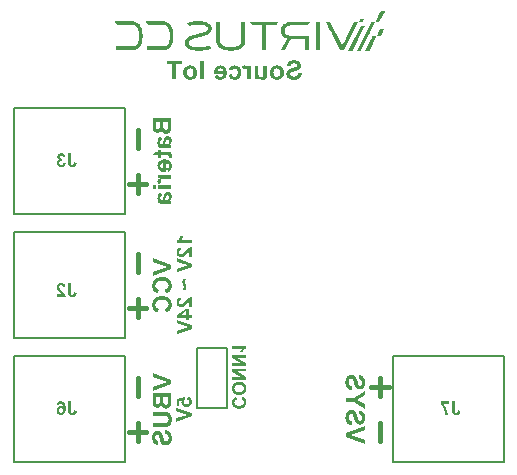
<source format=gbo>
G04*
G04 #@! TF.GenerationSoftware,Altium Limited,Altium Designer,24.9.1 (31)*
G04*
G04 Layer_Color=32896*
%FSLAX24Y24*%
%MOIN*%
G70*
G04*
G04 #@! TF.SameCoordinates,EFE55B14-B155-4399-AD63-722DAA59AC23*
G04*
G04*
G04 #@! TF.FilePolarity,Positive*
G04*
G01*
G75*
%ADD12C,0.0079*%
%ADD76C,0.0157*%
G36*
X3518Y17618D02*
X2989Y17616D01*
X2988Y17609D01*
X2997Y17593D01*
X3047Y17496D01*
X3057Y17493D01*
X3617Y17491D01*
X3622Y17489D01*
X3637Y17486D01*
X3649Y17481D01*
X3665Y17473D01*
X3668Y17469D01*
X3681Y17462D01*
X3685Y17458D01*
X3688Y17456D01*
X3713Y17432D01*
X3715Y17428D01*
X3720Y17423D01*
X3722Y17419D01*
X3731Y17406D01*
X3741Y17390D01*
X3755Y17358D01*
X3761Y17346D01*
X3774Y17305D01*
X3776Y17293D01*
X3779Y17285D01*
X3781Y17278D01*
X3784Y17260D01*
X3787Y17239D01*
X3790Y17214D01*
X3792Y17206D01*
X3790Y17051D01*
X3788Y17045D01*
X3785Y17026D01*
X3784Y17015D01*
X3782Y17006D01*
X3779Y16989D01*
X3775Y16979D01*
X3771Y16960D01*
X3768Y16952D01*
X3760Y16929D01*
X3753Y16911D01*
X3748Y16901D01*
X3735Y16877D01*
X3723Y16859D01*
X3716Y16848D01*
X3711Y16844D01*
X3709Y16840D01*
X3688Y16819D01*
X3685Y16817D01*
X3681Y16814D01*
X3677Y16812D01*
X3674Y16808D01*
X3661Y16801D01*
X3641Y16792D01*
X3631Y16789D01*
X3622Y16786D01*
X3597Y16783D01*
X3018Y16781D01*
X3015Y16772D01*
X3017Y16661D01*
X3027Y16658D01*
X3632Y16660D01*
X3637Y16662D01*
X3650Y16665D01*
X3671Y16670D01*
X3678Y16672D01*
X3688Y16676D01*
X3700Y16681D01*
X3720Y16690D01*
X3723Y16693D01*
X3747Y16706D01*
X3753Y16711D01*
X3756Y16713D01*
X3766Y16721D01*
X3773Y16726D01*
X3799Y16752D01*
X3801Y16756D01*
X3810Y16765D01*
X3812Y16769D01*
X3816Y16772D01*
X3818Y16776D01*
X3827Y16789D01*
X3828Y16793D01*
X3836Y16804D01*
X3838Y16807D01*
X3843Y16816D01*
X3861Y16855D01*
X3875Y16891D01*
X3878Y16901D01*
X3882Y16915D01*
X3887Y16934D01*
X3889Y16941D01*
X3891Y16952D01*
X3894Y16961D01*
X3897Y16984D01*
X3899Y16993D01*
X3902Y17018D01*
X3904Y17025D01*
X3905Y17049D01*
X3907Y17100D01*
X3909Y17130D01*
X3906Y17211D01*
X3904Y17242D01*
X3900Y17280D01*
X3898Y17287D01*
X3894Y17313D01*
X3889Y17333D01*
X3886Y17347D01*
X3882Y17362D01*
X3878Y17375D01*
X3875Y17385D01*
X3871Y17395D01*
X3868Y17405D01*
X3863Y17415D01*
X3858Y17430D01*
X3838Y17468D01*
X3830Y17481D01*
X3821Y17494D01*
X3819Y17498D01*
X3811Y17508D01*
X3807Y17514D01*
X3799Y17521D01*
X3797Y17525D01*
X3790Y17532D01*
X3788Y17536D01*
X3782Y17541D01*
X3769Y17553D01*
X3765Y17555D01*
X3758Y17563D01*
X3754Y17564D01*
X3742Y17574D01*
X3738Y17575D01*
X3734Y17579D01*
X3696Y17597D01*
X3673Y17606D01*
X3663Y17608D01*
X3649Y17611D01*
X3639Y17614D01*
X3626Y17616D01*
X3569Y17618D01*
X3520D01*
X3518D01*
D02*
G37*
G36*
X4212Y17493D02*
X4646Y17491D01*
X4655Y17488D01*
X4667Y17485D01*
X4676Y17481D01*
X4692Y17473D01*
X4705Y17464D01*
X4708Y17462D01*
X4712Y17458D01*
X4716Y17456D01*
X4740Y17432D01*
X4742Y17428D01*
X4748Y17423D01*
X4750Y17419D01*
X4753Y17415D01*
X4755Y17412D01*
X4768Y17391D01*
X4770Y17386D01*
X4784Y17355D01*
X4792Y17336D01*
X4794Y17329D01*
X4798Y17317D01*
X4801Y17307D01*
X4803Y17296D01*
X4804Y17291D01*
X4810Y17269D01*
X4812Y17256D01*
X4814Y17239D01*
X4815Y17234D01*
X4817Y17221D01*
X4819Y17192D01*
X4821Y17119D01*
X4819Y17100D01*
X4817Y17049D01*
X4815Y17043D01*
X4812Y17022D01*
X4809Y17002D01*
X4805Y16988D01*
X4803Y16978D01*
X4801Y16970D01*
X4798Y16958D01*
X4794Y16946D01*
X4791Y16936D01*
X4786Y16926D01*
X4782Y16914D01*
X4777Y16904D01*
X4761Y16873D01*
X4742Y16848D01*
X4739Y16844D01*
X4737Y16840D01*
X4714Y16817D01*
X4710Y16816D01*
X4707Y16812D01*
X4703Y16810D01*
X4685Y16799D01*
X4668Y16792D01*
X4661Y16790D01*
X4652Y16786D01*
X4626Y16783D01*
X4045Y16781D01*
X4043Y16772D01*
X4045Y16663D01*
X4049Y16658D01*
X4659Y16660D01*
X4664Y16662D01*
X4677Y16665D01*
X4698Y16670D01*
X4706Y16672D01*
X4716Y16676D01*
X4728Y16681D01*
X4748Y16690D01*
X4750Y16693D01*
X4774Y16706D01*
X4780Y16711D01*
X4783Y16713D01*
X4794Y16721D01*
X4800Y16726D01*
X4830Y16756D01*
X4832Y16760D01*
X4837Y16765D01*
X4839Y16769D01*
X4845Y16774D01*
X4847Y16778D01*
X4856Y16791D01*
X4858Y16794D01*
X4865Y16805D01*
X4891Y16859D01*
X4895Y16870D01*
X4898Y16879D01*
X4904Y16896D01*
X4907Y16906D01*
X4911Y16921D01*
X4914Y16930D01*
X4917Y16946D01*
X4921Y16960D01*
X4924Y16978D01*
X4926Y16995D01*
X4928Y17010D01*
X4932Y17028D01*
X4934Y17066D01*
X4935Y17099D01*
X4936Y17177D01*
X4934Y17183D01*
X4932Y17248D01*
X4928Y17266D01*
X4924Y17295D01*
X4919Y17323D01*
X4917Y17330D01*
X4913Y17348D01*
X4909Y17360D01*
X4906Y17372D01*
X4893Y17409D01*
X4891Y17417D01*
X4881Y17437D01*
X4865Y17468D01*
X4858Y17481D01*
X4848Y17494D01*
X4847Y17498D01*
X4838Y17508D01*
X4834Y17514D01*
X4830Y17518D01*
X4828Y17521D01*
X4819Y17531D01*
X4817Y17534D01*
X4815Y17537D01*
X4811Y17539D01*
X4806Y17545D01*
X4800Y17550D01*
X4796Y17553D01*
X4793Y17555D01*
X4785Y17563D01*
X4782Y17564D01*
X4769Y17574D01*
X4765Y17575D01*
X4761Y17579D01*
X4719Y17599D01*
X4709Y17602D01*
X4700Y17606D01*
X4690Y17608D01*
X4676Y17611D01*
X4666Y17614D01*
X4653Y17616D01*
X4597Y17618D01*
X4016Y17616D01*
X4015Y17609D01*
X4021Y17600D01*
X4074Y17496D01*
X4084Y17493D01*
X4210D01*
X4212D01*
D02*
G37*
G36*
X5979Y17271D02*
X5963Y17264D01*
X5950Y17259D01*
X5943Y17257D01*
X5925Y17250D01*
X5915Y17248D01*
X5908Y17246D01*
X5899Y17242D01*
X5877Y17237D01*
X5867Y17233D01*
X5853Y17229D01*
X5843Y17227D01*
X5834Y17224D01*
X5813Y17219D01*
X5806Y17217D01*
X5791Y17213D01*
X5780Y17211D01*
X5770Y17207D01*
X5763Y17206D01*
X5749Y17203D01*
X5735Y17199D01*
X5725Y17196D01*
X5717Y17195D01*
X5706Y17193D01*
X5697Y17189D01*
X5690Y17187D01*
X5679Y17185D01*
X5673Y17184D01*
X5655Y17178D01*
X5648Y17176D01*
X5639Y17174D01*
X5629Y17171D01*
X5622Y17169D01*
X5612Y17166D01*
X5591Y17160D01*
X5584Y17158D01*
X5571Y17152D01*
X5559Y17150D01*
X5549Y17145D01*
X5526Y17137D01*
X5518Y17134D01*
X5501Y17127D01*
X5487Y17121D01*
X5433Y17094D01*
X5430Y17090D01*
X5417Y17083D01*
X5394Y17065D01*
X5391Y17063D01*
X5388Y17061D01*
X5361Y17034D01*
X5359Y17031D01*
X5354Y17025D01*
X5352Y17022D01*
X5348Y17018D01*
X5347Y17014D01*
X5339Y17003D01*
X5328Y16979D01*
X5323Y16967D01*
X5321Y16959D01*
X5318Y16944D01*
X5315Y16919D01*
X5317Y16873D01*
X5319Y16868D01*
X5322Y16850D01*
X5324Y16843D01*
X5333Y16819D01*
X5350Y16787D01*
X5354Y16783D01*
X5356Y16780D01*
X5364Y16770D01*
X5368Y16764D01*
X5371Y16762D01*
X5376Y16756D01*
X5393Y16739D01*
X5397Y16737D01*
X5402Y16731D01*
X5406Y16729D01*
X5430Y16713D01*
X5443Y16706D01*
X5466Y16695D01*
X5483Y16687D01*
X5500Y16681D01*
X5509Y16678D01*
X5516Y16676D01*
X5525Y16673D01*
X5538Y16669D01*
X5545Y16667D01*
X5564Y16663D01*
X5574Y16660D01*
X5594Y16657D01*
X5608Y16653D01*
X5650Y16649D01*
X5668Y16647D01*
X5675Y16645D01*
X5679Y16642D01*
X5902Y16643D01*
X5911Y16647D01*
X5945Y16650D01*
X5960Y16652D01*
X5976Y16653D01*
X5986Y16655D01*
X5993Y16657D01*
X6018Y16660D01*
X6036Y16665D01*
X6053Y16668D01*
X6072Y16672D01*
X6082Y16675D01*
X6089Y16676D01*
X6101Y16679D01*
X6116Y16684D01*
X6124Y16686D01*
X6134Y16688D01*
X6155Y16695D01*
X6165Y16697D01*
X6177Y16702D01*
X6187Y16705D01*
X6196Y16708D01*
X6200Y16712D01*
X6201Y16717D01*
X6197Y16726D01*
X6191Y16738D01*
X6154Y16809D01*
X6142Y16810D01*
X6137Y16808D01*
X6107Y16799D01*
X6096Y16797D01*
X6087Y16794D01*
X6080Y16792D01*
X6061Y16787D01*
X6046Y16783D01*
X6037Y16782D01*
X6022Y16780D01*
X6015Y16778D01*
X6005Y16775D01*
X5992Y16773D01*
X5965Y16769D01*
X5936Y16765D01*
X5920Y16763D01*
X5898Y16761D01*
X5881Y16760D01*
X5872Y16758D01*
X5837Y16756D01*
X5730Y16755D01*
X5725Y16757D01*
X5684Y16759D01*
X5679Y16761D01*
X5634Y16765D01*
X5610Y16769D01*
X5600Y16772D01*
X5593Y16773D01*
X5582Y16775D01*
X5573Y16779D01*
X5565Y16781D01*
X5555Y16783D01*
X5546Y16787D01*
X5534Y16792D01*
X5518Y16799D01*
X5509Y16805D01*
X5496Y16812D01*
X5492Y16816D01*
X5488Y16817D01*
X5483Y16823D01*
X5479Y16825D01*
X5466Y16838D01*
X5464Y16842D01*
X5460Y16846D01*
X5458Y16849D01*
X5451Y16866D01*
X5445Y16884D01*
X5444Y16897D01*
X5445Y16926D01*
X5451Y16939D01*
X5460Y16956D01*
X5468Y16966D01*
X5471Y16968D01*
X5473Y16972D01*
X5477Y16977D01*
X5481Y16978D01*
X5488Y16986D01*
X5492Y16988D01*
X5498Y16993D01*
X5507Y16999D01*
X5520Y17006D01*
X5565Y17028D01*
X5583Y17034D01*
X5591Y17037D01*
X5603Y17042D01*
X5613Y17044D01*
X5620Y17046D01*
X5638Y17053D01*
X5645Y17054D01*
X5654Y17056D01*
X5663Y17060D01*
X5673Y17063D01*
X5684Y17065D01*
X5694Y17068D01*
X5704Y17071D01*
X5722Y17075D01*
X5737Y17079D01*
X5757Y17084D01*
X5779Y17089D01*
X5790Y17091D01*
X5797Y17093D01*
X5813Y17098D01*
X5828Y17100D01*
X5844Y17105D01*
X5856Y17108D01*
X5865Y17109D01*
X5872Y17111D01*
X5880Y17114D01*
X5888Y17116D01*
X5900Y17119D01*
X5911Y17123D01*
X5923Y17126D01*
X5931Y17128D01*
X5952Y17134D01*
X5959Y17136D01*
X5972Y17141D01*
X5982Y17144D01*
X5997Y17150D01*
X6007Y17152D01*
X6023Y17160D01*
X6030Y17162D01*
X6051Y17171D01*
X6096Y17195D01*
X6119Y17210D01*
X6130Y17217D01*
X6137Y17224D01*
X6140Y17226D01*
X6165Y17250D01*
X6167Y17254D01*
X6172Y17260D01*
X6174Y17263D01*
X6180Y17269D01*
X6187Y17282D01*
X6200Y17309D01*
X6204Y17321D01*
X6206Y17332D01*
X6208Y17341D01*
X6210Y17370D01*
X6211Y17375D01*
X6209Y17380D01*
X6207Y17417D01*
X6205Y17423D01*
X6203Y17433D01*
X6200Y17441D01*
X6195Y17453D01*
X6186Y17473D01*
X6183Y17476D01*
X6176Y17488D01*
X6163Y17505D01*
X6155Y17515D01*
X6138Y17531D01*
X6135Y17533D01*
X6131Y17537D01*
X6127Y17539D01*
X6122Y17544D01*
X6118Y17546D01*
X6105Y17555D01*
X6093Y17563D01*
X6054Y17581D01*
X6037Y17587D01*
X6029Y17590D01*
X6021Y17592D01*
X6008Y17597D01*
X5995Y17600D01*
X5973Y17606D01*
X5963Y17608D01*
X5945Y17611D01*
X5938Y17613D01*
X5929Y17615D01*
X5910Y17617D01*
X5886Y17619D01*
X5867Y17621D01*
X5820Y17625D01*
X5769Y17627D01*
X5709Y17624D01*
X5687Y17622D01*
X5667Y17620D01*
X5649Y17618D01*
X5624Y17616D01*
X5603Y17613D01*
X5596Y17611D01*
X5586Y17609D01*
X5570Y17607D01*
X5555Y17604D01*
X5546Y17602D01*
X5513Y17596D01*
X5498Y17592D01*
X5490Y17590D01*
X5477Y17587D01*
X5468Y17585D01*
X5447Y17580D01*
X5438Y17578D01*
X5422Y17574D01*
X5411Y17571D01*
X5401Y17567D01*
X5396Y17564D01*
X5398Y17554D01*
X5444Y17465D01*
X5446Y17462D01*
X5459Y17464D01*
X5465Y17466D01*
X5479Y17469D01*
X5499Y17475D01*
X5507Y17477D01*
X5521Y17478D01*
X5531Y17482D01*
X5548Y17485D01*
X5557Y17487D01*
X5572Y17488D01*
X5579Y17490D01*
X5589Y17493D01*
X5614Y17496D01*
X5621Y17498D01*
X5630Y17499D01*
X5688Y17506D01*
X5715Y17509D01*
X5726Y17510D01*
X5844Y17511D01*
X5849Y17509D01*
X5872Y17507D01*
X5890Y17505D01*
X5936Y17498D01*
X5946Y17495D01*
X5960Y17492D01*
X5986Y17484D01*
X5996Y17480D01*
X6008Y17475D01*
X6029Y17464D01*
X6051Y17446D01*
X6066Y17432D01*
X6068Y17428D01*
X6075Y17417D01*
X6079Y17402D01*
X6083Y17393D01*
X6084Y17380D01*
X6083Y17358D01*
X6077Y17346D01*
X6070Y17333D01*
X6062Y17323D01*
X6047Y17308D01*
X6043Y17306D01*
X6038Y17301D01*
X6029Y17295D01*
X6012Y17286D01*
X5985Y17273D01*
X5981Y17271D01*
X5979D01*
D02*
G37*
G36*
X6757Y16642D02*
X6946Y16643D01*
X6950Y16647D01*
X6982Y16650D01*
X7006Y16653D01*
X7014Y16654D01*
X7024Y16657D01*
X7035Y16659D01*
X7044Y16661D01*
X7060Y16665D01*
X7067Y16667D01*
X7079Y16670D01*
X7093Y16675D01*
X7101Y16677D01*
X7110Y16681D01*
X7118Y16684D01*
X7130Y16688D01*
X7164Y16704D01*
X7168Y16706D01*
X7179Y16713D01*
X7195Y16722D01*
X7208Y16731D01*
X7211Y16733D01*
X7215Y16737D01*
X7219Y16739D01*
X7226Y16746D01*
X7230Y16748D01*
X7237Y16755D01*
X7241Y16757D01*
X7255Y16771D01*
X7256Y16774D01*
X7267Y16785D01*
X7269Y16789D01*
X7273Y16793D01*
X7275Y16796D01*
X7278Y16800D01*
X7284Y16809D01*
X7291Y16820D01*
X7308Y16855D01*
X7309Y16862D01*
X7315Y16875D01*
X7318Y16887D01*
X7320Y16895D01*
X7322Y16908D01*
X7324Y16915D01*
X7326Y16934D01*
X7328Y16979D01*
X7326Y17606D01*
X7323Y17608D01*
X7206Y17607D01*
X7203Y17604D01*
X7201Y16932D01*
X7200Y16926D01*
X7198Y16917D01*
X7192Y16904D01*
X7178Y16877D01*
X7165Y16860D01*
X7159Y16855D01*
X7157Y16851D01*
X7153Y16847D01*
X7149Y16845D01*
X7138Y16834D01*
X7135Y16832D01*
X7131Y16828D01*
X7127Y16826D01*
X7114Y16817D01*
X7091Y16805D01*
X7078Y16799D01*
X7061Y16792D01*
X7038Y16783D01*
X7026Y16780D01*
X7016Y16776D01*
X7009Y16774D01*
X6998Y16772D01*
X6983Y16768D01*
X6965Y16765D01*
X6941Y16762D01*
X6918Y16760D01*
X6908Y16758D01*
X6855Y16756D01*
X6843Y16755D01*
X6838Y16757D01*
X6779Y16759D01*
X6774Y16761D01*
X6731Y16765D01*
X6720Y16767D01*
X6711Y16769D01*
X6703Y16771D01*
X6693Y16773D01*
X6682Y16775D01*
X6673Y16779D01*
X6666Y16781D01*
X6643Y16789D01*
X6628Y16794D01*
X6618Y16799D01*
X6609Y16803D01*
X6589Y16814D01*
X6572Y16826D01*
X6561Y16833D01*
X6558Y16836D01*
X6554Y16837D01*
X6547Y16845D01*
X6543Y16847D01*
X6539Y16853D01*
X6526Y16866D01*
X6524Y16870D01*
X6515Y16882D01*
X6506Y16902D01*
X6500Y16915D01*
X6498Y16923D01*
X6496Y16935D01*
X6494Y16944D01*
X6492Y17605D01*
X6488Y17608D01*
X6371Y17607D01*
X6368Y17604D01*
X6370Y16934D01*
X6372Y16928D01*
X6375Y16903D01*
X6378Y16885D01*
X6382Y16876D01*
X6384Y16869D01*
X6388Y16859D01*
X6392Y16848D01*
X6410Y16813D01*
X6420Y16800D01*
X6421Y16796D01*
X6425Y16793D01*
X6427Y16789D01*
X6435Y16779D01*
X6466Y16748D01*
X6470Y16746D01*
X6477Y16739D01*
X6481Y16737D01*
X6485Y16733D01*
X6488Y16731D01*
X6507Y16718D01*
X6510Y16717D01*
X6523Y16709D01*
X6572Y16686D01*
X6580Y16684D01*
X6593Y16678D01*
X6600Y16676D01*
X6609Y16673D01*
X6622Y16669D01*
X6629Y16667D01*
X6641Y16664D01*
X6653Y16660D01*
X6671Y16658D01*
X6680Y16654D01*
X6693Y16653D01*
X6724Y16649D01*
X6743Y16647D01*
X6749Y16644D01*
X6750Y16642D01*
X6756D01*
X6757D01*
D02*
G37*
G36*
X8027Y16868D02*
X8029Y17488D01*
X8032Y17491D01*
X8039Y17493D01*
X8372Y17492D01*
X8379Y17494D01*
X8384Y17498D01*
X8436Y17602D01*
X8434Y17607D01*
X7497Y17608D01*
X7493Y17604D01*
X7548Y17496D01*
X7556Y17493D01*
X7898Y17491D01*
X7903Y17487D01*
X7905Y16661D01*
X7913Y16658D01*
X7924Y16660D01*
X7929Y16658D01*
X8005Y16659D01*
X8010Y16658D01*
X8014Y16660D01*
X8017Y16658D01*
X8025Y16661D01*
X8027Y16668D01*
Y16866D01*
Y16868D01*
D02*
G37*
G36*
X9326Y16950D02*
X9327Y16663D01*
X9330Y16660D01*
X9341Y16658D01*
X9347Y16660D01*
X9352Y16658D01*
X9428Y16659D01*
X9440Y16658D01*
X9445Y16660D01*
X9449Y16662D01*
X9450Y17130D01*
X9447Y17132D01*
X9440Y17134D01*
X8878Y17136D01*
X8872Y17138D01*
X8840Y17141D01*
X8815Y17142D01*
X8793Y17146D01*
X8778Y17150D01*
X8760Y17153D01*
X8750Y17158D01*
X8742Y17160D01*
X8730Y17165D01*
X8702Y17180D01*
X8697Y17185D01*
X8693Y17187D01*
X8677Y17203D01*
X8675Y17206D01*
X8668Y17217D01*
X8661Y17234D01*
X8659Y17241D01*
X8655Y17250D01*
X8652Y17265D01*
X8649Y17293D01*
X8648Y17331D01*
X8650Y17336D01*
X8653Y17363D01*
X8654Y17370D01*
X8659Y17386D01*
X8664Y17398D01*
X8668Y17406D01*
X8674Y17415D01*
X8682Y17425D01*
X8698Y17442D01*
X8702Y17444D01*
X8706Y17447D01*
X8744Y17466D01*
X8759Y17469D01*
X8771Y17474D01*
X8778Y17476D01*
X8798Y17479D01*
X8807Y17481D01*
X8832Y17484D01*
X8860Y17487D01*
X8908Y17488D01*
X8948Y17490D01*
X9419Y17492D01*
X9424Y17496D01*
X9476Y17596D01*
X9478Y17602D01*
X9476Y17607D01*
X8871Y17608D01*
X8865Y17607D01*
X8837Y17604D01*
X8820Y17602D01*
X8806Y17600D01*
X8781Y17597D01*
X8773Y17596D01*
X8761Y17592D01*
X8753Y17590D01*
X8742Y17588D01*
X8733Y17585D01*
X8721Y17582D01*
X8714Y17580D01*
X8705Y17576D01*
X8697Y17574D01*
X8687Y17570D01*
X8675Y17564D01*
X8640Y17546D01*
X8627Y17537D01*
X8623Y17535D01*
X8607Y17522D01*
X8598Y17513D01*
X8594Y17511D01*
X8591Y17509D01*
X8589Y17505D01*
X8575Y17490D01*
X8573Y17487D01*
X8556Y17463D01*
X8545Y17439D01*
X8538Y17423D01*
X8535Y17411D01*
X8533Y17401D01*
X8527Y17379D01*
X8524Y17354D01*
X8523Y17343D01*
X8522Y17287D01*
X8524Y17282D01*
X8525Y17260D01*
X8527Y17254D01*
X8529Y17234D01*
X8531Y17228D01*
X8536Y17210D01*
X8538Y17203D01*
X8545Y17186D01*
X8547Y17179D01*
X8555Y17168D01*
X8566Y17148D01*
X8578Y17131D01*
X8582Y17128D01*
X8584Y17124D01*
X8603Y17105D01*
X8607Y17103D01*
X8614Y17096D01*
X8618Y17094D01*
X8621Y17090D01*
X8625Y17088D01*
X8629Y17085D01*
X8632Y17083D01*
X8647Y17074D01*
X8686Y17055D01*
X8697Y17051D01*
X8707Y17047D01*
X8710Y17045D01*
X8712Y17040D01*
X8525Y16664D01*
X8528Y16660D01*
X8541Y16658D01*
X8546Y16660D01*
X8554Y16658D01*
X8646Y16659D01*
X8654Y16658D01*
X8664Y16664D01*
X8666Y16666D01*
X8670Y16675D01*
X8822Y16981D01*
X8840Y17016D01*
X8843Y17019D01*
X8900Y17017D01*
X8905Y17015D01*
X9321Y17013D01*
X9326Y17009D01*
Y16952D01*
Y16950D01*
D02*
G37*
G36*
X9688Y17285D02*
X9690Y16663D01*
X9693Y16660D01*
X9711Y16658D01*
X9715Y16660D01*
X9720Y16658D01*
X9789Y16659D01*
X9793Y16658D01*
X9797Y16660D01*
X9803Y16658D01*
X9812Y16664D01*
X9813Y17604D01*
X9808Y17608D01*
X9691Y17607D01*
X9688Y17598D01*
Y17287D01*
Y17285D01*
D02*
G37*
G36*
X11297Y17711D02*
X11300Y17708D01*
X11298Y17701D01*
X11248Y17600D01*
X11242Y17596D01*
X11115Y17594D01*
X11113Y17596D01*
X11111Y17602D01*
X11142Y17666D01*
X11155Y17690D01*
X11157Y17697D01*
X11159Y17700D01*
X11160Y17701D01*
Y17703D01*
X11168Y17710D01*
X11287Y17712D01*
X11297Y17711D01*
D02*
G37*
G36*
X11983Y17943D02*
X11978Y17942D01*
X11805Y17596D01*
X11797Y17592D01*
X11669Y17593D01*
X11668Y17598D01*
X11680Y17626D01*
X11682Y17631D01*
X11683Y17632D01*
X11838Y17941D01*
X11840Y17950D01*
X11982Y17951D01*
X11983Y17943D01*
D02*
G37*
G36*
X11657Y17589D02*
X11658Y17586D01*
X11494Y17254D01*
X11492Y17249D01*
X11484Y17235D01*
X11483Y17234D01*
X11397Y17060D01*
X11199Y16663D01*
X11193Y16653D01*
X11191Y16642D01*
X11053Y16642D01*
X11052Y16646D01*
X11516Y17575D01*
X11519Y17584D01*
X11524Y17588D01*
X11527Y17590D01*
X11533Y17592D01*
X11539Y17591D01*
X11632Y17592D01*
X11637Y17590D01*
X11648Y17592D01*
X11657Y17589D01*
D02*
G37*
G36*
X11957Y17353D02*
X11959Y17347D01*
X11882Y17192D01*
X11881Y17191D01*
X11847Y17122D01*
X11835Y17116D01*
X11832Y17117D01*
X11711Y17119D01*
X11710Y17122D01*
X11823Y17351D01*
X11828Y17354D01*
X11957Y17353D01*
D02*
G37*
G36*
X11102Y17604D02*
X11096Y17595D01*
X10693Y16787D01*
X10637Y16672D01*
X10629Y16661D01*
X10619Y16658D01*
X10614Y16660D01*
X10608Y16658D01*
X10516Y16659D01*
X10500Y16658D01*
X10490Y16661D01*
X10430Y16780D01*
X10429Y16781D01*
X10289Y17062D01*
X10179Y17283D01*
X10172Y17296D01*
X10029Y17584D01*
X10020Y17600D01*
X10020Y17607D01*
X10152Y17608D01*
X10155Y17606D01*
X10540Y16838D01*
X10554Y16807D01*
X10559Y16805D01*
X10563Y16805D01*
X10673Y17023D01*
X10684Y17047D01*
X10787Y17250D01*
X10798Y17274D01*
X10898Y17474D01*
X10963Y17604D01*
X10965Y17607D01*
X11097Y17608D01*
X11102Y17604D01*
D02*
G37*
G36*
X11699Y17115D02*
X11701Y17109D01*
X11481Y16668D01*
X11473Y16653D01*
X11470Y16642D01*
X11407Y16642D01*
X11405D01*
X11331Y16642D01*
X11461Y16904D01*
X11545Y17075D01*
X11550Y17084D01*
X11552Y17091D01*
X11560Y17102D01*
X11561Y17109D01*
X11568Y17116D01*
X11699Y17115D01*
D02*
G37*
G36*
X11318Y17470D02*
X11320Y17466D01*
X11235Y17296D01*
X11231Y17286D01*
X11230Y17285D01*
X10990Y16805D01*
X10926Y16675D01*
X10921Y16667D01*
X10917Y16655D01*
X10913Y16652D01*
X10911Y16642D01*
X10773Y16642D01*
X10772Y16644D01*
X11182Y17466D01*
X11187Y17471D01*
X11318Y17470D01*
D02*
G37*
G36*
X10886Y5839D02*
X10905Y5837D01*
X10923Y5832D01*
X10937Y5828D01*
X10949Y5823D01*
X10957Y5818D01*
X10963Y5816D01*
X10964Y5815D01*
X10979Y5805D01*
X10992Y5793D01*
X11003Y5781D01*
X11012Y5770D01*
X11019Y5760D01*
X11025Y5752D01*
X11028Y5746D01*
X11029Y5746D01*
Y5745D01*
X11034Y5736D01*
X11038Y5726D01*
X11046Y5705D01*
X11054Y5682D01*
X11061Y5660D01*
X11064Y5650D01*
X11066Y5640D01*
X11069Y5631D01*
X11071Y5624D01*
X11073Y5617D01*
X11074Y5613D01*
X11075Y5609D01*
Y5608D01*
X11079Y5592D01*
X11083Y5577D01*
X11087Y5563D01*
X11090Y5551D01*
X11094Y5541D01*
X11097Y5531D01*
X11101Y5522D01*
X11104Y5515D01*
X11107Y5509D01*
X11109Y5504D01*
X11111Y5500D01*
X11113Y5497D01*
X11116Y5492D01*
X11117Y5491D01*
X11123Y5485D01*
X11129Y5480D01*
X11136Y5478D01*
X11142Y5476D01*
X11147Y5474D01*
X11151Y5473D01*
X11154D01*
X11155D01*
X11164Y5474D01*
X11171Y5476D01*
X11179Y5480D01*
X11184Y5483D01*
X11189Y5487D01*
X11191Y5491D01*
X11193Y5492D01*
X11194Y5493D01*
X11202Y5506D01*
X11208Y5520D01*
X11212Y5534D01*
X11215Y5548D01*
X11217Y5560D01*
X11218Y5570D01*
Y5579D01*
X11217Y5598D01*
X11214Y5614D01*
X11210Y5628D01*
X11207Y5639D01*
X11203Y5648D01*
X11199Y5654D01*
X11197Y5658D01*
X11196Y5659D01*
X11187Y5668D01*
X11176Y5676D01*
X11165Y5683D01*
X11153Y5687D01*
X11143Y5691D01*
X11135Y5693D01*
X11128Y5695D01*
X11128D01*
X11127D01*
X11131Y5822D01*
X11148Y5821D01*
X11162Y5818D01*
X11177Y5815D01*
X11189Y5810D01*
X11202Y5806D01*
X11214Y5800D01*
X11224Y5795D01*
X11234Y5789D01*
X11242Y5783D01*
X11250Y5777D01*
X11256Y5772D01*
X11261Y5767D01*
X11265Y5764D01*
X11268Y5761D01*
X11270Y5759D01*
X11271Y5758D01*
X11280Y5746D01*
X11288Y5734D01*
X11295Y5720D01*
X11302Y5706D01*
X11306Y5691D01*
X11311Y5676D01*
X11317Y5647D01*
X11319Y5634D01*
X11321Y5622D01*
X11322Y5610D01*
X11322Y5600D01*
X11323Y5592D01*
Y5581D01*
X11322Y5554D01*
X11320Y5531D01*
X11316Y5510D01*
X11312Y5491D01*
X11310Y5483D01*
X11308Y5476D01*
X11306Y5470D01*
X11304Y5465D01*
X11302Y5461D01*
X11302Y5459D01*
X11301Y5457D01*
Y5456D01*
X11292Y5438D01*
X11281Y5422D01*
X11271Y5409D01*
X11261Y5398D01*
X11251Y5388D01*
X11244Y5383D01*
X11239Y5378D01*
X11238Y5378D01*
X11237D01*
X11221Y5368D01*
X11205Y5362D01*
X11189Y5357D01*
X11176Y5355D01*
X11164Y5353D01*
X11155Y5351D01*
X11151D01*
X11148D01*
X11148D01*
X11147D01*
X11133Y5352D01*
X11119Y5354D01*
X11107Y5357D01*
X11096Y5360D01*
X11074Y5369D01*
X11055Y5380D01*
X11046Y5385D01*
X11040Y5390D01*
X11034Y5395D01*
X11028Y5399D01*
X11025Y5403D01*
X11022Y5406D01*
X11020Y5408D01*
X11019Y5409D01*
X11013Y5417D01*
X11006Y5427D01*
X11000Y5437D01*
X10995Y5449D01*
X10984Y5471D01*
X10974Y5495D01*
X10971Y5507D01*
X10967Y5517D01*
X10964Y5527D01*
X10962Y5535D01*
X10960Y5542D01*
X10958Y5547D01*
X10957Y5551D01*
Y5552D01*
X10954Y5566D01*
X10950Y5579D01*
X10947Y5591D01*
X10944Y5602D01*
X10942Y5611D01*
X10940Y5619D01*
X10937Y5626D01*
X10935Y5633D01*
X10934Y5638D01*
X10933Y5643D01*
X10931Y5649D01*
X10929Y5653D01*
Y5654D01*
X10924Y5665D01*
X10920Y5675D01*
X10915Y5683D01*
X10911Y5689D01*
X10907Y5694D01*
X10904Y5696D01*
X10903Y5698D01*
X10902Y5699D01*
X10895Y5704D01*
X10889Y5707D01*
X10882Y5709D01*
X10877Y5711D01*
X10872Y5712D01*
X10867Y5713D01*
X10864D01*
X10863D01*
X10851Y5712D01*
X10840Y5708D01*
X10829Y5703D01*
X10820Y5697D01*
X10812Y5691D01*
X10807Y5686D01*
X10803Y5683D01*
X10802Y5681D01*
X10794Y5668D01*
X10788Y5654D01*
X10783Y5638D01*
X10780Y5624D01*
X10779Y5610D01*
X10777Y5599D01*
Y5589D01*
X10778Y5568D01*
X10781Y5550D01*
X10786Y5534D01*
X10791Y5521D01*
X10797Y5510D01*
X10801Y5502D01*
X10805Y5498D01*
X10806Y5496D01*
X10819Y5484D01*
X10832Y5475D01*
X10848Y5467D01*
X10863Y5461D01*
X10877Y5457D01*
X10888Y5453D01*
X10892Y5452D01*
X10895D01*
X10897Y5451D01*
X10898D01*
X10886Y5327D01*
X10867Y5330D01*
X10849Y5334D01*
X10831Y5339D01*
X10816Y5344D01*
X10801Y5350D01*
X10788Y5357D01*
X10776Y5363D01*
X10765Y5369D01*
X10756Y5376D01*
X10748Y5382D01*
X10740Y5388D01*
X10734Y5393D01*
X10729Y5397D01*
X10727Y5400D01*
X10725Y5402D01*
X10724Y5403D01*
X10714Y5416D01*
X10706Y5429D01*
X10698Y5444D01*
X10692Y5460D01*
X10688Y5474D01*
X10683Y5490D01*
X10677Y5520D01*
X10674Y5533D01*
X10672Y5546D01*
X10671Y5557D01*
X10670Y5567D01*
X10669Y5575D01*
Y5587D01*
X10670Y5616D01*
X10673Y5643D01*
X10677Y5666D01*
X10678Y5676D01*
X10681Y5686D01*
X10683Y5695D01*
X10685Y5702D01*
X10687Y5708D01*
X10688Y5714D01*
X10690Y5718D01*
X10691Y5721D01*
X10692Y5723D01*
Y5724D01*
X10702Y5744D01*
X10713Y5760D01*
X10724Y5776D01*
X10736Y5788D01*
X10746Y5797D01*
X10755Y5804D01*
X10760Y5808D01*
X10761Y5809D01*
X10762D01*
X10780Y5819D01*
X10798Y5828D01*
X10815Y5833D01*
X10831Y5837D01*
X10844Y5839D01*
X10851Y5839D01*
X10855Y5840D01*
X10859D01*
X10862D01*
X10863D01*
X10864D01*
X10886Y5839D01*
D02*
G37*
G36*
X11312Y5150D02*
X11062Y5005D01*
X11312Y4856D01*
Y4708D01*
X10946Y4938D01*
X10681D01*
Y5066D01*
X10945D01*
X11312Y5296D01*
Y5150D01*
D02*
G37*
G36*
X10886Y4664D02*
X10905Y4661D01*
X10923Y4657D01*
X10937Y4652D01*
X10949Y4648D01*
X10957Y4643D01*
X10963Y4641D01*
X10964Y4640D01*
X10979Y4630D01*
X10992Y4618D01*
X11003Y4606D01*
X11012Y4595D01*
X11019Y4585D01*
X11025Y4577D01*
X11028Y4571D01*
X11029Y4570D01*
Y4569D01*
X11034Y4560D01*
X11038Y4551D01*
X11046Y4529D01*
X11054Y4507D01*
X11061Y4485D01*
X11064Y4475D01*
X11066Y4465D01*
X11069Y4456D01*
X11071Y4448D01*
X11073Y4442D01*
X11074Y4437D01*
X11075Y4434D01*
Y4433D01*
X11079Y4416D01*
X11083Y4402D01*
X11087Y4388D01*
X11090Y4375D01*
X11094Y4365D01*
X11097Y4355D01*
X11101Y4347D01*
X11104Y4340D01*
X11107Y4334D01*
X11109Y4329D01*
X11111Y4324D01*
X11113Y4322D01*
X11116Y4317D01*
X11117Y4316D01*
X11123Y4310D01*
X11129Y4305D01*
X11136Y4303D01*
X11142Y4301D01*
X11147Y4299D01*
X11151Y4298D01*
X11154D01*
X11155D01*
X11164Y4299D01*
X11171Y4301D01*
X11179Y4304D01*
X11184Y4308D01*
X11189Y4312D01*
X11191Y4315D01*
X11193Y4317D01*
X11194Y4318D01*
X11202Y4331D01*
X11208Y4344D01*
X11212Y4359D01*
X11215Y4373D01*
X11217Y4385D01*
X11218Y4395D01*
Y4404D01*
X11217Y4423D01*
X11214Y4439D01*
X11210Y4453D01*
X11207Y4464D01*
X11203Y4473D01*
X11199Y4479D01*
X11197Y4483D01*
X11196Y4484D01*
X11187Y4493D01*
X11176Y4501D01*
X11165Y4508D01*
X11153Y4512D01*
X11143Y4516D01*
X11135Y4518D01*
X11128Y4519D01*
X11128D01*
X11127D01*
X11131Y4647D01*
X11148Y4646D01*
X11162Y4643D01*
X11177Y4640D01*
X11189Y4635D01*
X11202Y4631D01*
X11214Y4625D01*
X11224Y4620D01*
X11234Y4614D01*
X11242Y4608D01*
X11250Y4602D01*
X11256Y4597D01*
X11261Y4592D01*
X11265Y4589D01*
X11268Y4586D01*
X11270Y4584D01*
X11271Y4583D01*
X11280Y4571D01*
X11288Y4559D01*
X11295Y4545D01*
X11302Y4530D01*
X11306Y4516D01*
X11311Y4501D01*
X11317Y4472D01*
X11319Y4458D01*
X11321Y4446D01*
X11322Y4435D01*
X11322Y4425D01*
X11323Y4416D01*
Y4406D01*
X11322Y4379D01*
X11320Y4355D01*
X11316Y4334D01*
X11312Y4316D01*
X11310Y4308D01*
X11308Y4301D01*
X11306Y4295D01*
X11304Y4290D01*
X11302Y4286D01*
X11302Y4283D01*
X11301Y4282D01*
Y4281D01*
X11292Y4262D01*
X11281Y4247D01*
X11271Y4233D01*
X11261Y4222D01*
X11251Y4213D01*
X11244Y4208D01*
X11239Y4203D01*
X11238Y4202D01*
X11237D01*
X11221Y4193D01*
X11205Y4187D01*
X11189Y4182D01*
X11176Y4180D01*
X11164Y4178D01*
X11155Y4176D01*
X11151D01*
X11148D01*
X11148D01*
X11147D01*
X11133Y4177D01*
X11119Y4179D01*
X11107Y4181D01*
X11096Y4185D01*
X11074Y4194D01*
X11055Y4205D01*
X11046Y4210D01*
X11040Y4215D01*
X11034Y4220D01*
X11028Y4224D01*
X11025Y4228D01*
X11022Y4231D01*
X11020Y4232D01*
X11019Y4233D01*
X11013Y4242D01*
X11006Y4252D01*
X11000Y4262D01*
X10995Y4273D01*
X10984Y4296D01*
X10974Y4320D01*
X10971Y4332D01*
X10967Y4342D01*
X10964Y4352D01*
X10962Y4360D01*
X10960Y4366D01*
X10958Y4372D01*
X10957Y4375D01*
Y4376D01*
X10954Y4391D01*
X10950Y4404D01*
X10947Y4416D01*
X10944Y4426D01*
X10942Y4436D01*
X10940Y4444D01*
X10937Y4451D01*
X10935Y4457D01*
X10934Y4463D01*
X10933Y4467D01*
X10931Y4474D01*
X10929Y4477D01*
Y4478D01*
X10924Y4490D01*
X10920Y4499D01*
X10915Y4508D01*
X10911Y4514D01*
X10907Y4518D01*
X10904Y4521D01*
X10903Y4523D01*
X10902Y4524D01*
X10895Y4528D01*
X10889Y4532D01*
X10882Y4534D01*
X10877Y4536D01*
X10872Y4537D01*
X10867Y4538D01*
X10864D01*
X10863D01*
X10851Y4537D01*
X10840Y4533D01*
X10829Y4528D01*
X10820Y4522D01*
X10812Y4516D01*
X10807Y4511D01*
X10803Y4508D01*
X10802Y4506D01*
X10794Y4493D01*
X10788Y4478D01*
X10783Y4463D01*
X10780Y4448D01*
X10779Y4435D01*
X10777Y4424D01*
Y4414D01*
X10778Y4393D01*
X10781Y4375D01*
X10786Y4359D01*
X10791Y4345D01*
X10797Y4334D01*
X10801Y4327D01*
X10805Y4323D01*
X10806Y4321D01*
X10819Y4309D01*
X10832Y4300D01*
X10848Y4292D01*
X10863Y4286D01*
X10877Y4282D01*
X10888Y4278D01*
X10892Y4277D01*
X10895D01*
X10897Y4276D01*
X10898D01*
X10886Y4152D01*
X10867Y4155D01*
X10849Y4159D01*
X10831Y4164D01*
X10816Y4169D01*
X10801Y4175D01*
X10788Y4181D01*
X10776Y4188D01*
X10765Y4194D01*
X10756Y4201D01*
X10748Y4207D01*
X10740Y4212D01*
X10734Y4218D01*
X10729Y4221D01*
X10727Y4225D01*
X10725Y4227D01*
X10724Y4228D01*
X10714Y4241D01*
X10706Y4254D01*
X10698Y4269D01*
X10692Y4284D01*
X10688Y4299D01*
X10683Y4314D01*
X10677Y4344D01*
X10674Y4358D01*
X10672Y4371D01*
X10671Y4382D01*
X10670Y4392D01*
X10669Y4400D01*
Y4412D01*
X10670Y4441D01*
X10673Y4467D01*
X10677Y4491D01*
X10678Y4501D01*
X10681Y4511D01*
X10683Y4519D01*
X10685Y4527D01*
X10687Y4533D01*
X10688Y4539D01*
X10690Y4543D01*
X10691Y4546D01*
X10692Y4548D01*
Y4549D01*
X10702Y4569D01*
X10713Y4585D01*
X10724Y4600D01*
X10736Y4612D01*
X10746Y4621D01*
X10755Y4629D01*
X10760Y4632D01*
X10761Y4634D01*
X10762D01*
X10780Y4644D01*
X10798Y4652D01*
X10815Y4658D01*
X10831Y4661D01*
X10844Y4663D01*
X10851Y4664D01*
X10855Y4665D01*
X10859D01*
X10862D01*
X10863D01*
X10864D01*
X10886Y4664D01*
D02*
G37*
G36*
X11312Y3986D02*
X10845Y3832D01*
X11312Y3671D01*
Y3534D01*
X10681Y3760D01*
Y3897D01*
X11312Y4121D01*
Y3986D01*
D02*
G37*
G36*
X5425Y5100D02*
X5436Y5098D01*
X5456Y5091D01*
X5473Y5083D01*
X5480Y5078D01*
X5488Y5073D01*
X5494Y5069D01*
X5499Y5065D01*
X5503Y5061D01*
X5507Y5058D01*
X5510Y5055D01*
X5513Y5053D01*
X5513Y5052D01*
X5514Y5051D01*
X5521Y5042D01*
X5526Y5033D01*
X5531Y5024D01*
X5535Y5014D01*
X5542Y4995D01*
X5547Y4977D01*
X5548Y4968D01*
X5549Y4961D01*
X5550Y4954D01*
X5550Y4948D01*
X5551Y4943D01*
Y4936D01*
X5550Y4920D01*
X5548Y4905D01*
X5545Y4891D01*
X5541Y4878D01*
X5536Y4866D01*
X5530Y4855D01*
X5524Y4844D01*
X5518Y4835D01*
X5512Y4827D01*
X5506Y4820D01*
X5500Y4813D01*
X5495Y4808D01*
X5491Y4804D01*
X5488Y4801D01*
X5486Y4800D01*
X5485Y4799D01*
X5475Y4793D01*
X5466Y4787D01*
X5456Y4783D01*
X5446Y4778D01*
X5427Y4772D01*
X5410Y4767D01*
X5402Y4766D01*
X5395Y4765D01*
X5389Y4764D01*
X5383D01*
X5378Y4763D01*
X5375D01*
X5373D01*
X5373D01*
X5359Y4764D01*
X5346Y4765D01*
X5333Y4767D01*
X5322Y4770D01*
X5311Y4773D01*
X5301Y4777D01*
X5292Y4781D01*
X5284Y4785D01*
X5276Y4790D01*
X5270Y4793D01*
X5264Y4798D01*
X5260Y4801D01*
X5256Y4804D01*
X5253Y4806D01*
X5252Y4807D01*
X5251Y4808D01*
X5243Y4817D01*
X5236Y4826D01*
X5229Y4835D01*
X5223Y4844D01*
X5219Y4853D01*
X5215Y4863D01*
X5209Y4879D01*
X5207Y4887D01*
X5206Y4895D01*
X5205Y4901D01*
X5204Y4906D01*
X5203Y4911D01*
Y4917D01*
X5204Y4930D01*
X5206Y4942D01*
X5209Y4953D01*
X5211Y4963D01*
X5215Y4971D01*
X5217Y4978D01*
X5219Y4982D01*
X5220Y4983D01*
Y4984D01*
X5134Y4968D01*
Y4785D01*
X5044D01*
Y5041D01*
X5307Y5091D01*
X5318Y5013D01*
X5311Y5006D01*
X5306Y5000D01*
X5300Y4993D01*
X5296Y4987D01*
X5289Y4974D01*
X5285Y4963D01*
X5283Y4952D01*
X5281Y4945D01*
X5281Y4942D01*
Y4938D01*
X5281Y4926D01*
X5284Y4915D01*
X5288Y4906D01*
X5292Y4898D01*
X5297Y4892D01*
X5301Y4887D01*
X5304Y4884D01*
X5305Y4883D01*
X5314Y4876D01*
X5325Y4871D01*
X5337Y4867D01*
X5349Y4865D01*
X5359Y4863D01*
X5367Y4862D01*
X5370D01*
X5373D01*
X5374D01*
X5375D01*
X5392Y4863D01*
X5408Y4865D01*
X5420Y4869D01*
X5430Y4872D01*
X5439Y4877D01*
X5445Y4879D01*
X5448Y4882D01*
X5449Y4883D01*
X5457Y4891D01*
X5464Y4900D01*
X5468Y4909D01*
X5471Y4917D01*
X5472Y4924D01*
X5473Y4930D01*
X5474Y4933D01*
Y4935D01*
X5473Y4944D01*
X5471Y4954D01*
X5468Y4962D01*
X5464Y4968D01*
X5461Y4974D01*
X5458Y4979D01*
X5456Y4982D01*
X5455Y4982D01*
X5447Y4989D01*
X5439Y4995D01*
X5430Y4999D01*
X5422Y5002D01*
X5415Y5004D01*
X5408Y5006D01*
X5405Y5006D01*
X5403D01*
X5413Y5103D01*
X5425Y5100D01*
D02*
G37*
G36*
X5542Y4561D02*
Y4451D01*
X5037Y4271D01*
Y4380D01*
X5410Y4503D01*
X5037Y4632D01*
Y4742D01*
X5542Y4561D01*
D02*
G37*
G36*
X5249Y10424D02*
X5238Y10400D01*
X5232Y10389D01*
X5225Y10379D01*
X5219Y10370D01*
X5214Y10361D01*
X5208Y10353D01*
X5203Y10346D01*
X5198Y10340D01*
X5194Y10335D01*
X5190Y10330D01*
X5188Y10327D01*
X5187Y10326D01*
X5186Y10325D01*
X5551D01*
Y10228D01*
X5044D01*
Y10307D01*
X5061Y10314D01*
X5076Y10324D01*
X5090Y10334D01*
X5102Y10344D01*
X5112Y10353D01*
X5119Y10361D01*
X5122Y10364D01*
X5124Y10366D01*
X5125Y10367D01*
X5125Y10368D01*
X5137Y10384D01*
X5147Y10400D01*
X5155Y10413D01*
X5161Y10426D01*
X5166Y10436D01*
X5169Y10443D01*
X5170Y10446D01*
X5171Y10448D01*
X5171Y10449D01*
Y10450D01*
X5259D01*
X5249Y10424D01*
D02*
G37*
G36*
X5551Y9757D02*
X5462D01*
Y9949D01*
X5452Y9943D01*
X5444Y9937D01*
X5440Y9934D01*
X5437Y9931D01*
X5436Y9930D01*
X5435Y9929D01*
X5432Y9926D01*
X5429Y9923D01*
X5421Y9915D01*
X5411Y9905D01*
X5402Y9896D01*
X5393Y9886D01*
X5386Y9878D01*
X5383Y9875D01*
X5381Y9873D01*
X5380Y9872D01*
X5379Y9871D01*
X5364Y9855D01*
X5351Y9842D01*
X5340Y9831D01*
X5331Y9822D01*
X5324Y9816D01*
X5319Y9811D01*
X5315Y9808D01*
X5314Y9808D01*
X5302Y9798D01*
X5290Y9790D01*
X5279Y9784D01*
X5270Y9778D01*
X5262Y9774D01*
X5255Y9771D01*
X5252Y9770D01*
X5250Y9769D01*
X5238Y9765D01*
X5227Y9762D01*
X5216Y9759D01*
X5206Y9758D01*
X5198Y9757D01*
X5191Y9757D01*
X5187D01*
X5185D01*
X5174Y9757D01*
X5163Y9759D01*
X5153Y9760D01*
X5144Y9763D01*
X5127Y9770D01*
X5112Y9778D01*
X5106Y9782D01*
X5101Y9786D01*
X5096Y9789D01*
X5092Y9793D01*
X5089Y9796D01*
X5086Y9797D01*
X5085Y9799D01*
X5085Y9800D01*
X5077Y9808D01*
X5071Y9817D01*
X5066Y9826D01*
X5061Y9836D01*
X5054Y9855D01*
X5049Y9874D01*
X5047Y9883D01*
X5046Y9891D01*
X5045Y9898D01*
X5045Y9905D01*
X5044Y9910D01*
Y9917D01*
X5045Y9929D01*
X5045Y9941D01*
X5049Y9964D01*
X5055Y9983D01*
X5058Y9991D01*
X5061Y9999D01*
X5064Y10007D01*
X5068Y10012D01*
X5071Y10018D01*
X5073Y10023D01*
X5076Y10026D01*
X5077Y10028D01*
X5078Y10030D01*
X5079Y10031D01*
X5086Y10039D01*
X5093Y10046D01*
X5102Y10053D01*
X5112Y10058D01*
X5131Y10067D01*
X5149Y10074D01*
X5158Y10077D01*
X5166Y10079D01*
X5174Y10081D01*
X5180Y10082D01*
X5186Y10083D01*
X5190D01*
X5193Y10084D01*
X5193D01*
X5203Y9988D01*
X5188Y9986D01*
X5176Y9983D01*
X5165Y9980D01*
X5157Y9977D01*
X5150Y9974D01*
X5146Y9971D01*
X5143Y9969D01*
X5142Y9968D01*
X5136Y9961D01*
X5132Y9953D01*
X5128Y9945D01*
X5126Y9937D01*
X5125Y9930D01*
X5124Y9924D01*
Y9919D01*
X5125Y9908D01*
X5127Y9899D01*
X5130Y9891D01*
X5133Y9883D01*
X5136Y9878D01*
X5139Y9874D01*
X5141Y9872D01*
X5141Y9871D01*
X5149Y9865D01*
X5157Y9861D01*
X5165Y9858D01*
X5173Y9856D01*
X5180Y9854D01*
X5187Y9854D01*
X5190D01*
X5191D01*
X5192D01*
X5203Y9854D01*
X5213Y9856D01*
X5223Y9860D01*
X5232Y9864D01*
X5240Y9867D01*
X5246Y9871D01*
X5249Y9873D01*
X5251Y9874D01*
X5255Y9877D01*
X5260Y9881D01*
X5267Y9887D01*
X5273Y9893D01*
X5287Y9906D01*
X5300Y9919D01*
X5314Y9932D01*
X5319Y9938D01*
X5324Y9944D01*
X5328Y9948D01*
X5331Y9951D01*
X5333Y9953D01*
X5334Y9954D01*
X5348Y9969D01*
X5361Y9982D01*
X5373Y9994D01*
X5384Y10005D01*
X5395Y10015D01*
X5405Y10024D01*
X5414Y10032D01*
X5423Y10039D01*
X5430Y10044D01*
X5437Y10050D01*
X5442Y10054D01*
X5447Y10057D01*
X5450Y10060D01*
X5453Y10061D01*
X5454Y10063D01*
X5455D01*
X5472Y10072D01*
X5489Y10079D01*
X5505Y10085D01*
X5520Y10090D01*
X5533Y10093D01*
X5538Y10093D01*
X5542Y10094D01*
X5546Y10095D01*
X5549Y10096D01*
X5550D01*
X5551D01*
Y9757D01*
D02*
G37*
G36*
Y9540D02*
Y9430D01*
X5047Y9251D01*
Y9359D01*
X5420Y9482D01*
X5047Y9611D01*
Y9721D01*
X5551Y9540D01*
D02*
G37*
G36*
X5365Y9022D02*
X5357Y9014D01*
X5351Y9006D01*
X5346Y8998D01*
X5341Y8990D01*
X5338Y8982D01*
X5332Y8968D01*
X5328Y8955D01*
X5327Y8950D01*
X5327Y8946D01*
X5326Y8942D01*
Y8938D01*
X5327Y8925D01*
X5330Y8912D01*
X5333Y8898D01*
X5338Y8885D01*
X5342Y8873D01*
X5344Y8868D01*
X5346Y8864D01*
X5347Y8860D01*
X5349Y8857D01*
X5349Y8855D01*
Y8855D01*
X5354Y8842D01*
X5358Y8831D01*
X5362Y8823D01*
X5364Y8815D01*
X5366Y8810D01*
X5367Y8806D01*
X5368Y8804D01*
Y8803D01*
X5370Y8791D01*
X5371Y8785D01*
Y8780D01*
X5372Y8775D01*
Y8769D01*
X5371Y8758D01*
X5370Y8748D01*
X5367Y8737D01*
X5365Y8729D01*
X5362Y8721D01*
X5360Y8716D01*
X5359Y8712D01*
X5358Y8710D01*
X5352Y8700D01*
X5347Y8691D01*
X5342Y8684D01*
X5337Y8678D01*
X5332Y8673D01*
X5330Y8669D01*
X5327Y8667D01*
X5327Y8666D01*
X5234D01*
X5243Y8675D01*
X5251Y8684D01*
X5257Y8693D01*
X5263Y8700D01*
X5266Y8707D01*
X5269Y8712D01*
X5271Y8715D01*
X5271Y8716D01*
X5275Y8725D01*
X5278Y8734D01*
X5279Y8741D01*
X5281Y8748D01*
X5281Y8753D01*
X5282Y8756D01*
Y8760D01*
X5281Y8767D01*
X5279Y8777D01*
X5276Y8788D01*
X5273Y8799D01*
X5270Y8808D01*
X5267Y8816D01*
X5265Y8820D01*
X5265Y8822D01*
X5264Y8823D01*
Y8824D01*
X5257Y8840D01*
X5252Y8854D01*
X5248Y8866D01*
X5245Y8874D01*
X5243Y8882D01*
X5241Y8886D01*
X5241Y8889D01*
Y8890D01*
X5238Y8904D01*
X5237Y8910D01*
Y8917D01*
X5236Y8922D01*
Y8930D01*
X5237Y8941D01*
X5238Y8951D01*
X5241Y8961D01*
X5244Y8970D01*
X5251Y8987D01*
X5260Y9002D01*
X5264Y9009D01*
X5268Y9014D01*
X5272Y9020D01*
X5276Y9023D01*
X5279Y9027D01*
X5281Y9029D01*
X5282Y9030D01*
X5283Y9031D01*
X5373D01*
X5365Y9022D01*
D02*
G37*
G36*
X5551Y8090D02*
X5462D01*
Y8282D01*
X5452Y8277D01*
X5444Y8270D01*
X5440Y8267D01*
X5437Y8265D01*
X5436Y8264D01*
X5435Y8263D01*
X5432Y8260D01*
X5429Y8257D01*
X5421Y8248D01*
X5411Y8239D01*
X5402Y8229D01*
X5393Y8220D01*
X5386Y8212D01*
X5383Y8209D01*
X5381Y8207D01*
X5380Y8205D01*
X5379Y8205D01*
X5364Y8188D01*
X5351Y8175D01*
X5340Y8164D01*
X5331Y8156D01*
X5324Y8149D01*
X5319Y8145D01*
X5315Y8142D01*
X5314Y8141D01*
X5302Y8132D01*
X5290Y8124D01*
X5279Y8117D01*
X5270Y8112D01*
X5262Y8108D01*
X5255Y8105D01*
X5252Y8103D01*
X5250Y8102D01*
X5238Y8098D01*
X5227Y8095D01*
X5216Y8093D01*
X5206Y8091D01*
X5198Y8091D01*
X5191Y8090D01*
X5187D01*
X5185D01*
X5174Y8091D01*
X5163Y8092D01*
X5153Y8094D01*
X5144Y8097D01*
X5127Y8104D01*
X5112Y8111D01*
X5106Y8116D01*
X5101Y8119D01*
X5096Y8123D01*
X5092Y8126D01*
X5089Y8129D01*
X5086Y8131D01*
X5085Y8132D01*
X5085Y8133D01*
X5077Y8141D01*
X5071Y8151D01*
X5066Y8159D01*
X5061Y8170D01*
X5054Y8188D01*
X5049Y8207D01*
X5047Y8216D01*
X5046Y8224D01*
X5045Y8231D01*
X5045Y8238D01*
X5044Y8243D01*
Y8250D01*
X5045Y8263D01*
X5045Y8274D01*
X5049Y8297D01*
X5055Y8316D01*
X5058Y8325D01*
X5061Y8333D01*
X5064Y8340D01*
X5068Y8346D01*
X5071Y8352D01*
X5073Y8356D01*
X5076Y8360D01*
X5077Y8362D01*
X5078Y8363D01*
X5079Y8364D01*
X5086Y8372D01*
X5093Y8379D01*
X5102Y8386D01*
X5112Y8392D01*
X5131Y8401D01*
X5149Y8408D01*
X5158Y8410D01*
X5166Y8412D01*
X5174Y8414D01*
X5180Y8415D01*
X5186Y8417D01*
X5190D01*
X5193Y8417D01*
X5193D01*
X5203Y8321D01*
X5188Y8320D01*
X5176Y8317D01*
X5165Y8314D01*
X5157Y8310D01*
X5150Y8307D01*
X5146Y8304D01*
X5143Y8302D01*
X5142Y8301D01*
X5136Y8294D01*
X5132Y8286D01*
X5128Y8278D01*
X5126Y8270D01*
X5125Y8264D01*
X5124Y8258D01*
Y8253D01*
X5125Y8242D01*
X5127Y8232D01*
X5130Y8224D01*
X5133Y8217D01*
X5136Y8212D01*
X5139Y8207D01*
X5141Y8205D01*
X5141Y8205D01*
X5149Y8199D01*
X5157Y8194D01*
X5165Y8191D01*
X5173Y8189D01*
X5180Y8188D01*
X5187Y8187D01*
X5190D01*
X5191D01*
X5192D01*
X5203Y8188D01*
X5213Y8190D01*
X5223Y8194D01*
X5232Y8197D01*
X5240Y8201D01*
X5246Y8205D01*
X5249Y8207D01*
X5251Y8207D01*
X5255Y8210D01*
X5260Y8215D01*
X5267Y8221D01*
X5273Y8226D01*
X5287Y8239D01*
X5300Y8253D01*
X5314Y8266D01*
X5319Y8272D01*
X5324Y8277D01*
X5328Y8282D01*
X5331Y8285D01*
X5333Y8287D01*
X5334Y8288D01*
X5348Y8302D01*
X5361Y8315D01*
X5373Y8328D01*
X5384Y8339D01*
X5395Y8349D01*
X5405Y8358D01*
X5414Y8366D01*
X5423Y8372D01*
X5430Y8378D01*
X5437Y8383D01*
X5442Y8387D01*
X5447Y8390D01*
X5450Y8393D01*
X5453Y8395D01*
X5454Y8396D01*
X5455D01*
X5472Y8406D01*
X5489Y8413D01*
X5505Y8419D01*
X5520Y8423D01*
X5533Y8426D01*
X5538Y8427D01*
X5542Y8428D01*
X5546Y8428D01*
X5549Y8429D01*
X5550D01*
X5551D01*
Y8090D01*
D02*
G37*
G36*
X5450Y7834D02*
X5551D01*
Y7741D01*
X5450D01*
Y7678D01*
X5365D01*
Y7741D01*
X5045D01*
Y7822D01*
X5366Y8041D01*
X5450D01*
Y7834D01*
D02*
G37*
G36*
X5551Y7481D02*
Y7371D01*
X5047Y7192D01*
Y7301D01*
X5420Y7424D01*
X5047Y7552D01*
Y7662D01*
X5551Y7481D01*
D02*
G37*
G36*
X4870Y5663D02*
Y5525D01*
X4240Y5301D01*
Y5437D01*
X4706Y5591D01*
X4240Y5751D01*
Y5889D01*
X4870Y5663D01*
D02*
G37*
G36*
Y4963D02*
X4869Y4948D01*
Y4920D01*
X4868Y4909D01*
Y4892D01*
X4867Y4886D01*
Y4877D01*
X4866Y4873D01*
Y4869D01*
X4864Y4851D01*
X4859Y4835D01*
X4855Y4820D01*
X4849Y4807D01*
X4845Y4797D01*
X4840Y4790D01*
X4837Y4785D01*
X4836Y4784D01*
X4826Y4771D01*
X4815Y4761D01*
X4805Y4751D01*
X4794Y4743D01*
X4785Y4737D01*
X4778Y4733D01*
X4773Y4730D01*
X4772Y4729D01*
X4756Y4723D01*
X4742Y4717D01*
X4727Y4713D01*
X4714Y4712D01*
X4703Y4710D01*
X4695Y4709D01*
X4690D01*
X4689D01*
X4688D01*
X4668Y4710D01*
X4650Y4713D01*
X4634Y4719D01*
X4620Y4724D01*
X4609Y4730D01*
X4600Y4735D01*
X4595Y4739D01*
X4593Y4740D01*
X4579Y4753D01*
X4567Y4766D01*
X4557Y4782D01*
X4549Y4795D01*
X4543Y4808D01*
X4538Y4819D01*
X4538Y4823D01*
X4537Y4825D01*
X4536Y4827D01*
Y4828D01*
X4528Y4814D01*
X4519Y4801D01*
X4509Y4790D01*
X4501Y4781D01*
X4493Y4774D01*
X4487Y4769D01*
X4482Y4765D01*
X4480Y4764D01*
X4466Y4756D01*
X4452Y4750D01*
X4438Y4746D01*
X4425Y4743D01*
X4415Y4741D01*
X4406Y4740D01*
X4401D01*
X4400D01*
X4399D01*
X4384Y4741D01*
X4370Y4743D01*
X4358Y4746D01*
X4347Y4750D01*
X4338Y4754D01*
X4331Y4757D01*
X4327Y4759D01*
X4325Y4760D01*
X4313Y4767D01*
X4303Y4775D01*
X4294Y4784D01*
X4286Y4791D01*
X4281Y4798D01*
X4276Y4804D01*
X4273Y4807D01*
X4272Y4808D01*
X4265Y4819D01*
X4260Y4831D01*
X4255Y4842D01*
X4251Y4852D01*
X4249Y4861D01*
X4247Y4867D01*
X4246Y4872D01*
Y4874D01*
X4244Y4889D01*
X4242Y4907D01*
X4241Y4925D01*
X4241Y4943D01*
X4240Y4959D01*
Y5236D01*
X4870D01*
Y4963D01*
D02*
G37*
G36*
X4614Y4601D02*
X4631D01*
X4647Y4600D01*
X4661Y4600D01*
X4674Y4599D01*
X4686Y4598D01*
X4697Y4596D01*
X4706Y4595D01*
X4714Y4594D01*
X4722Y4593D01*
X4727Y4592D01*
X4732Y4591D01*
X4734D01*
X4736Y4590D01*
X4737D01*
X4751Y4586D01*
X4763Y4581D01*
X4775Y4575D01*
X4785Y4569D01*
X4794Y4564D01*
X4802Y4559D01*
X4805Y4556D01*
X4807Y4555D01*
X4819Y4544D01*
X4830Y4532D01*
X4839Y4519D01*
X4847Y4508D01*
X4854Y4498D01*
X4858Y4488D01*
X4861Y4483D01*
X4862Y4482D01*
Y4481D01*
X4865Y4472D01*
X4868Y4462D01*
X4874Y4439D01*
X4877Y4416D01*
X4879Y4395D01*
X4880Y4385D01*
X4881Y4375D01*
Y4366D01*
X4882Y4358D01*
Y4344D01*
X4881Y4317D01*
X4879Y4293D01*
X4876Y4272D01*
X4872Y4255D01*
X4871Y4248D01*
X4869Y4241D01*
X4867Y4235D01*
X4865Y4231D01*
X4865Y4227D01*
X4864Y4224D01*
X4863Y4223D01*
Y4222D01*
X4855Y4206D01*
X4846Y4191D01*
X4838Y4179D01*
X4830Y4168D01*
X4823Y4160D01*
X4817Y4153D01*
X4814Y4150D01*
X4812Y4149D01*
X4799Y4139D01*
X4785Y4130D01*
X4773Y4124D01*
X4760Y4119D01*
X4749Y4115D01*
X4740Y4112D01*
X4737Y4111D01*
X4734D01*
X4733Y4110D01*
X4732D01*
X4722Y4109D01*
X4712Y4107D01*
X4700Y4105D01*
X4688Y4104D01*
X4661Y4102D01*
X4634Y4100D01*
X4622D01*
X4610D01*
X4599Y4099D01*
X4590D01*
X4583D01*
X4577D01*
X4573D01*
X4572D01*
X4240D01*
Y4227D01*
X4589D01*
X4603D01*
X4616D01*
X4628Y4228D01*
X4639D01*
X4648Y4229D01*
X4657D01*
X4665Y4230D01*
X4672D01*
X4683Y4232D01*
X4691Y4232D01*
X4696Y4233D01*
X4698D01*
X4710Y4236D01*
X4720Y4241D01*
X4729Y4246D01*
X4737Y4252D01*
X4743Y4257D01*
X4748Y4262D01*
X4751Y4265D01*
X4752Y4266D01*
X4759Y4277D01*
X4764Y4291D01*
X4768Y4303D01*
X4771Y4317D01*
X4773Y4329D01*
X4773Y4338D01*
Y4347D01*
X4773Y4366D01*
X4770Y4383D01*
X4766Y4397D01*
X4762Y4410D01*
X4758Y4419D01*
X4754Y4426D01*
X4752Y4430D01*
X4751Y4432D01*
X4742Y4442D01*
X4731Y4450D01*
X4721Y4457D01*
X4711Y4462D01*
X4702Y4466D01*
X4694Y4468D01*
X4690Y4470D01*
X4688D01*
X4682Y4471D01*
X4677Y4472D01*
X4670D01*
X4661Y4473D01*
X4644Y4474D01*
X4626D01*
X4609Y4475D01*
X4602D01*
X4595D01*
X4589D01*
X4586D01*
X4583D01*
X4582D01*
X4240D01*
Y4602D01*
X4577D01*
X4596D01*
X4614Y4601D01*
D02*
G37*
G36*
X4684Y3996D02*
X4702Y3992D01*
X4720Y3986D01*
X4735Y3982D01*
X4750Y3976D01*
X4763Y3969D01*
X4775Y3963D01*
X4786Y3956D01*
X4795Y3950D01*
X4804Y3944D01*
X4811Y3938D01*
X4817Y3933D01*
X4822Y3929D01*
X4825Y3925D01*
X4826Y3924D01*
X4827Y3923D01*
X4837Y3910D01*
X4845Y3896D01*
X4853Y3882D01*
X4859Y3866D01*
X4864Y3852D01*
X4868Y3836D01*
X4875Y3806D01*
X4877Y3792D01*
X4879Y3780D01*
X4880Y3769D01*
X4881Y3759D01*
X4882Y3751D01*
Y3739D01*
X4881Y3710D01*
X4878Y3683D01*
X4875Y3659D01*
X4873Y3649D01*
X4870Y3639D01*
X4868Y3631D01*
X4866Y3624D01*
X4865Y3617D01*
X4863Y3612D01*
X4861Y3607D01*
X4860Y3605D01*
X4859Y3603D01*
Y3602D01*
X4849Y3582D01*
X4838Y3566D01*
X4827Y3550D01*
X4815Y3538D01*
X4805Y3529D01*
X4796Y3522D01*
X4791Y3518D01*
X4790Y3516D01*
X4789D01*
X4771Y3506D01*
X4753Y3498D01*
X4736Y3493D01*
X4720Y3489D01*
X4707Y3487D01*
X4701Y3486D01*
X4696Y3485D01*
X4692D01*
X4690D01*
X4688D01*
X4687D01*
X4665Y3486D01*
X4646Y3489D01*
X4629Y3494D01*
X4614Y3498D01*
X4602Y3503D01*
X4594Y3507D01*
X4589Y3510D01*
X4587Y3511D01*
X4572Y3521D01*
X4559Y3533D01*
X4548Y3545D01*
X4539Y3556D01*
X4532Y3566D01*
X4527Y3574D01*
X4523Y3579D01*
X4522Y3580D01*
Y3581D01*
X4517Y3590D01*
X4513Y3599D01*
X4505Y3621D01*
X4497Y3644D01*
X4490Y3666D01*
X4487Y3676D01*
X4485Y3686D01*
X4482Y3695D01*
X4480Y3702D01*
X4478Y3709D01*
X4477Y3713D01*
X4476Y3717D01*
Y3718D01*
X4472Y3734D01*
X4468Y3749D01*
X4465Y3762D01*
X4461Y3775D01*
X4457Y3785D01*
X4454Y3795D01*
X4450Y3803D01*
X4447Y3811D01*
X4445Y3817D01*
X4442Y3822D01*
X4440Y3826D01*
X4438Y3829D01*
X4435Y3833D01*
X4435Y3834D01*
X4428Y3841D01*
X4422Y3845D01*
X4415Y3848D01*
X4409Y3850D01*
X4405Y3852D01*
X4400Y3853D01*
X4397D01*
X4396D01*
X4387Y3852D01*
X4380Y3850D01*
X4373Y3846D01*
X4367Y3843D01*
X4363Y3839D01*
X4360Y3835D01*
X4358Y3833D01*
X4357Y3832D01*
X4349Y3820D01*
X4343Y3806D01*
X4339Y3791D01*
X4336Y3778D01*
X4334Y3766D01*
X4333Y3756D01*
Y3747D01*
X4334Y3728D01*
X4337Y3711D01*
X4341Y3698D01*
X4344Y3687D01*
X4348Y3678D01*
X4352Y3671D01*
X4354Y3668D01*
X4355Y3667D01*
X4364Y3658D01*
X4375Y3649D01*
X4386Y3643D01*
X4398Y3638D01*
X4408Y3635D01*
X4416Y3633D01*
X4423Y3631D01*
X4424D01*
X4425D01*
X4420Y3504D01*
X4404Y3505D01*
X4389Y3507D01*
X4374Y3511D01*
X4362Y3515D01*
X4349Y3520D01*
X4337Y3525D01*
X4327Y3531D01*
X4317Y3536D01*
X4309Y3543D01*
X4302Y3548D01*
X4295Y3554D01*
X4290Y3558D01*
X4286Y3562D01*
X4283Y3565D01*
X4282Y3566D01*
X4281Y3567D01*
X4272Y3579D01*
X4263Y3592D01*
X4256Y3606D01*
X4250Y3620D01*
X4245Y3635D01*
X4241Y3649D01*
X4234Y3679D01*
X4232Y3692D01*
X4231Y3704D01*
X4230Y3716D01*
X4229Y3726D01*
X4228Y3734D01*
Y3745D01*
X4229Y3771D01*
X4231Y3795D01*
X4235Y3816D01*
X4239Y3834D01*
X4241Y3843D01*
X4243Y3850D01*
X4245Y3855D01*
X4247Y3861D01*
X4249Y3864D01*
X4250Y3867D01*
X4251Y3869D01*
Y3870D01*
X4260Y3888D01*
X4270Y3904D01*
X4281Y3917D01*
X4291Y3928D01*
X4300Y3937D01*
X4307Y3943D01*
X4313Y3947D01*
X4313Y3948D01*
X4314D01*
X4330Y3957D01*
X4346Y3964D01*
X4362Y3968D01*
X4375Y3971D01*
X4387Y3973D01*
X4396Y3975D01*
X4400D01*
X4403D01*
X4404D01*
X4405D01*
X4418Y3974D01*
X4432Y3972D01*
X4444Y3969D01*
X4456Y3965D01*
X4477Y3956D01*
X4497Y3945D01*
X4505Y3941D01*
X4511Y3935D01*
X4517Y3931D01*
X4523Y3926D01*
X4527Y3923D01*
X4529Y3920D01*
X4531Y3918D01*
X4532Y3917D01*
X4538Y3909D01*
X4545Y3899D01*
X4551Y3889D01*
X4557Y3877D01*
X4568Y3854D01*
X4577Y3831D01*
X4580Y3819D01*
X4584Y3809D01*
X4587Y3799D01*
X4589Y3791D01*
X4591Y3784D01*
X4593Y3779D01*
X4594Y3775D01*
Y3774D01*
X4598Y3760D01*
X4601Y3747D01*
X4604Y3735D01*
X4607Y3724D01*
X4609Y3715D01*
X4611Y3707D01*
X4614Y3699D01*
X4616Y3693D01*
X4617Y3688D01*
X4619Y3683D01*
X4620Y3677D01*
X4622Y3673D01*
Y3672D01*
X4627Y3660D01*
X4631Y3651D01*
X4636Y3643D01*
X4640Y3637D01*
X4644Y3632D01*
X4647Y3629D01*
X4649Y3628D01*
X4650Y3627D01*
X4656Y3622D01*
X4662Y3618D01*
X4669Y3617D01*
X4674Y3615D01*
X4680Y3614D01*
X4684Y3613D01*
X4687D01*
X4688D01*
X4701Y3614D01*
X4712Y3617D01*
X4722Y3623D01*
X4732Y3628D01*
X4739Y3635D01*
X4744Y3639D01*
X4748Y3643D01*
X4749Y3645D01*
X4757Y3658D01*
X4763Y3672D01*
X4768Y3688D01*
X4771Y3702D01*
X4773Y3716D01*
X4774Y3727D01*
Y3737D01*
X4773Y3758D01*
X4770Y3776D01*
X4765Y3791D01*
X4760Y3805D01*
X4754Y3816D01*
X4750Y3823D01*
X4746Y3828D01*
X4745Y3830D01*
X4732Y3842D01*
X4719Y3851D01*
X4703Y3859D01*
X4688Y3864D01*
X4674Y3869D01*
X4663Y3873D01*
X4660Y3873D01*
X4656D01*
X4654Y3874D01*
X4653D01*
X4665Y3998D01*
X4684Y3996D01*
D02*
G37*
G36*
X4871Y9502D02*
Y9364D01*
X4241Y9140D01*
Y9276D01*
X4707Y9430D01*
X4241Y9590D01*
Y9728D01*
X4871Y9502D01*
D02*
G37*
G36*
X4589Y9097D02*
X4614Y9095D01*
X4639Y9091D01*
X4661Y9086D01*
X4681Y9080D01*
X4702Y9073D01*
X4719Y9065D01*
X4734Y9058D01*
X4749Y9051D01*
X4762Y9044D01*
X4772Y9036D01*
X4781Y9031D01*
X4787Y9025D01*
X4793Y9022D01*
X4795Y9019D01*
X4796Y9018D01*
X4812Y9003D01*
X4825Y8986D01*
X4836Y8969D01*
X4845Y8952D01*
X4854Y8934D01*
X4861Y8917D01*
X4866Y8901D01*
X4871Y8885D01*
X4875Y8870D01*
X4877Y8856D01*
X4879Y8843D01*
X4880Y8833D01*
X4881Y8824D01*
X4882Y8818D01*
Y8812D01*
X4881Y8793D01*
X4880Y8776D01*
X4877Y8758D01*
X4874Y8743D01*
X4870Y8728D01*
X4866Y8715D01*
X4862Y8702D01*
X4856Y8690D01*
X4852Y8680D01*
X4847Y8671D01*
X4844Y8663D01*
X4840Y8656D01*
X4836Y8651D01*
X4834Y8647D01*
X4833Y8645D01*
X4832Y8645D01*
X4822Y8633D01*
X4811Y8622D01*
X4786Y8602D01*
X4761Y8585D01*
X4736Y8573D01*
X4724Y8567D01*
X4713Y8563D01*
X4703Y8559D01*
X4695Y8555D01*
X4688Y8553D01*
X4682Y8551D01*
X4679Y8550D01*
X4678D01*
X4640Y8674D01*
X4664Y8681D01*
X4685Y8689D01*
X4702Y8697D01*
X4717Y8707D01*
X4728Y8714D01*
X4735Y8720D01*
X4740Y8725D01*
X4742Y8727D01*
X4753Y8741D01*
X4760Y8756D01*
X4765Y8770D01*
X4770Y8783D01*
X4772Y8795D01*
X4773Y8805D01*
X4773Y8809D01*
Y8813D01*
X4773Y8826D01*
X4772Y8838D01*
X4765Y8860D01*
X4758Y8879D01*
X4748Y8894D01*
X4739Y8907D01*
X4732Y8916D01*
X4728Y8920D01*
X4725Y8922D01*
X4724Y8923D01*
X4723Y8924D01*
X4713Y8932D01*
X4702Y8938D01*
X4689Y8944D01*
X4675Y8949D01*
X4647Y8956D01*
X4619Y8962D01*
X4605Y8963D01*
X4593Y8964D01*
X4581Y8966D01*
X4571D01*
X4564Y8967D01*
X4558D01*
X4553D01*
X4552D01*
X4531Y8966D01*
X4512Y8965D01*
X4495Y8963D01*
X4478Y8961D01*
X4464Y8957D01*
X4450Y8953D01*
X4438Y8950D01*
X4427Y8945D01*
X4418Y8942D01*
X4410Y8938D01*
X4404Y8934D01*
X4398Y8931D01*
X4394Y8928D01*
X4391Y8926D01*
X4389Y8924D01*
X4388D01*
X4379Y8916D01*
X4371Y8907D01*
X4364Y8898D01*
X4359Y8888D01*
X4350Y8869D01*
X4343Y8850D01*
X4340Y8835D01*
X4339Y8828D01*
X4338Y8822D01*
X4337Y8817D01*
Y8810D01*
X4338Y8792D01*
X4342Y8776D01*
X4346Y8761D01*
X4352Y8748D01*
X4357Y8738D01*
X4362Y8731D01*
X4365Y8727D01*
X4366Y8725D01*
X4377Y8713D01*
X4390Y8702D01*
X4403Y8694D01*
X4415Y8687D01*
X4426Y8683D01*
X4435Y8680D01*
X4438Y8678D01*
X4441D01*
X4442Y8677D01*
X4443D01*
X4413Y8552D01*
X4386Y8561D01*
X4364Y8571D01*
X4343Y8582D01*
X4327Y8592D01*
X4314Y8602D01*
X4309Y8605D01*
X4304Y8609D01*
X4302Y8612D01*
X4299Y8615D01*
X4297Y8615D01*
Y8616D01*
X4285Y8630D01*
X4274Y8645D01*
X4265Y8660D01*
X4258Y8676D01*
X4251Y8692D01*
X4245Y8707D01*
X4241Y8723D01*
X4237Y8738D01*
X4234Y8751D01*
X4232Y8764D01*
X4231Y8775D01*
X4230Y8785D01*
X4229Y8793D01*
Y8804D01*
X4230Y8828D01*
X4232Y8851D01*
X4237Y8872D01*
X4242Y8893D01*
X4249Y8912D01*
X4256Y8930D01*
X4264Y8945D01*
X4272Y8960D01*
X4281Y8973D01*
X4289Y8984D01*
X4296Y8994D01*
X4302Y9003D01*
X4308Y9009D01*
X4313Y9014D01*
X4315Y9016D01*
X4316Y9017D01*
X4333Y9032D01*
X4352Y9044D01*
X4371Y9055D01*
X4391Y9064D01*
X4412Y9072D01*
X4432Y9078D01*
X4452Y9084D01*
X4471Y9088D01*
X4490Y9092D01*
X4507Y9094D01*
X4522Y9096D01*
X4535Y9097D01*
X4546D01*
X4554Y9098D01*
X4559D01*
X4560D01*
X4561D01*
X4589Y9097D01*
D02*
G37*
G36*
Y8461D02*
X4614Y8459D01*
X4639Y8455D01*
X4661Y8450D01*
X4681Y8444D01*
X4702Y8437D01*
X4719Y8430D01*
X4734Y8422D01*
X4749Y8415D01*
X4762Y8408D01*
X4772Y8400D01*
X4781Y8395D01*
X4787Y8390D01*
X4793Y8386D01*
X4795Y8383D01*
X4796Y8382D01*
X4812Y8367D01*
X4825Y8350D01*
X4836Y8333D01*
X4845Y8316D01*
X4854Y8298D01*
X4861Y8281D01*
X4866Y8265D01*
X4871Y8249D01*
X4875Y8234D01*
X4877Y8220D01*
X4879Y8207D01*
X4880Y8197D01*
X4881Y8188D01*
X4882Y8182D01*
Y8176D01*
X4881Y8157D01*
X4880Y8140D01*
X4877Y8123D01*
X4874Y8107D01*
X4870Y8093D01*
X4866Y8079D01*
X4862Y8066D01*
X4856Y8054D01*
X4852Y8044D01*
X4847Y8035D01*
X4844Y8027D01*
X4840Y8021D01*
X4836Y8015D01*
X4834Y8011D01*
X4833Y8010D01*
X4832Y8009D01*
X4822Y7997D01*
X4811Y7986D01*
X4786Y7966D01*
X4761Y7950D01*
X4736Y7937D01*
X4724Y7931D01*
X4713Y7927D01*
X4703Y7923D01*
X4695Y7919D01*
X4688Y7917D01*
X4682Y7915D01*
X4679Y7914D01*
X4678D01*
X4640Y8038D01*
X4664Y8045D01*
X4685Y8053D01*
X4702Y8062D01*
X4717Y8071D01*
X4728Y8078D01*
X4735Y8084D01*
X4740Y8089D01*
X4742Y8091D01*
X4753Y8105D01*
X4760Y8120D01*
X4765Y8134D01*
X4770Y8147D01*
X4772Y8159D01*
X4773Y8169D01*
X4773Y8173D01*
Y8177D01*
X4773Y8190D01*
X4772Y8202D01*
X4765Y8224D01*
X4758Y8243D01*
X4748Y8258D01*
X4739Y8271D01*
X4732Y8280D01*
X4728Y8284D01*
X4725Y8287D01*
X4724Y8287D01*
X4723Y8288D01*
X4713Y8296D01*
X4702Y8302D01*
X4689Y8308D01*
X4675Y8313D01*
X4647Y8320D01*
X4619Y8326D01*
X4605Y8328D01*
X4593Y8328D01*
X4581Y8330D01*
X4571D01*
X4564Y8331D01*
X4558D01*
X4553D01*
X4552D01*
X4531Y8330D01*
X4512Y8329D01*
X4495Y8328D01*
X4478Y8325D01*
X4464Y8321D01*
X4450Y8318D01*
X4438Y8314D01*
X4427Y8309D01*
X4418Y8306D01*
X4410Y8302D01*
X4404Y8298D01*
X4398Y8295D01*
X4394Y8292D01*
X4391Y8290D01*
X4389Y8288D01*
X4388D01*
X4379Y8280D01*
X4371Y8271D01*
X4364Y8262D01*
X4359Y8252D01*
X4350Y8233D01*
X4343Y8215D01*
X4340Y8199D01*
X4339Y8192D01*
X4338Y8186D01*
X4337Y8181D01*
Y8175D01*
X4338Y8156D01*
X4342Y8140D01*
X4346Y8125D01*
X4352Y8113D01*
X4357Y8103D01*
X4362Y8095D01*
X4365Y8091D01*
X4366Y8089D01*
X4377Y8077D01*
X4390Y8066D01*
X4403Y8058D01*
X4415Y8052D01*
X4426Y8047D01*
X4435Y8044D01*
X4438Y8042D01*
X4441D01*
X4442Y8042D01*
X4443D01*
X4413Y7916D01*
X4386Y7925D01*
X4364Y7935D01*
X4343Y7946D01*
X4327Y7956D01*
X4314Y7966D01*
X4309Y7970D01*
X4304Y7973D01*
X4302Y7976D01*
X4299Y7979D01*
X4297Y7980D01*
Y7980D01*
X4285Y7994D01*
X4274Y8010D01*
X4265Y8024D01*
X4258Y8040D01*
X4251Y8056D01*
X4245Y8072D01*
X4241Y8087D01*
X4237Y8102D01*
X4234Y8115D01*
X4232Y8128D01*
X4231Y8139D01*
X4230Y8149D01*
X4229Y8157D01*
Y8168D01*
X4230Y8192D01*
X4232Y8216D01*
X4237Y8236D01*
X4242Y8257D01*
X4249Y8276D01*
X4256Y8294D01*
X4264Y8309D01*
X4272Y8324D01*
X4281Y8338D01*
X4289Y8349D01*
X4296Y8359D01*
X4302Y8367D01*
X4308Y8373D01*
X4313Y8378D01*
X4315Y8380D01*
X4316Y8381D01*
X4333Y8396D01*
X4352Y8408D01*
X4371Y8419D01*
X4391Y8428D01*
X4412Y8436D01*
X4432Y8442D01*
X4452Y8448D01*
X4471Y8452D01*
X4490Y8456D01*
X4507Y8458D01*
X4522Y8460D01*
X4535Y8461D01*
X4546D01*
X4554Y8462D01*
X4559D01*
X4560D01*
X4561D01*
X4589Y8461D01*
D02*
G37*
G36*
X4872Y14128D02*
X4871Y14112D01*
Y14085D01*
X4870Y14074D01*
Y14057D01*
X4869Y14050D01*
Y14041D01*
X4868Y14037D01*
Y14034D01*
X4865Y14016D01*
X4861Y13999D01*
X4856Y13985D01*
X4851Y13972D01*
X4846Y13962D01*
X4842Y13955D01*
X4839Y13950D01*
X4838Y13948D01*
X4828Y13935D01*
X4817Y13925D01*
X4807Y13915D01*
X4796Y13908D01*
X4787Y13902D01*
X4780Y13897D01*
X4775Y13894D01*
X4773Y13894D01*
X4758Y13887D01*
X4743Y13882D01*
X4729Y13878D01*
X4716Y13876D01*
X4705Y13874D01*
X4697Y13873D01*
X4691D01*
X4691D01*
X4690D01*
X4670Y13874D01*
X4651Y13878D01*
X4636Y13883D01*
X4621Y13889D01*
X4610Y13894D01*
X4602Y13900D01*
X4597Y13904D01*
X4595Y13904D01*
X4580Y13917D01*
X4569Y13931D01*
X4558Y13946D01*
X4551Y13960D01*
X4545Y13973D01*
X4540Y13984D01*
X4539Y13987D01*
X4538Y13990D01*
X4538Y13992D01*
Y13993D01*
X4529Y13978D01*
X4521Y13965D01*
X4511Y13955D01*
X4503Y13945D01*
X4495Y13939D01*
X4488Y13934D01*
X4484Y13930D01*
X4482Y13929D01*
X4467Y13921D01*
X4454Y13914D01*
X4440Y13911D01*
X4427Y13907D01*
X4416Y13905D01*
X4408Y13904D01*
X4403D01*
X4402D01*
X4401D01*
X4386Y13905D01*
X4372Y13907D01*
X4360Y13911D01*
X4349Y13914D01*
X4340Y13918D01*
X4333Y13922D01*
X4329Y13924D01*
X4327Y13924D01*
X4315Y13932D01*
X4305Y13940D01*
X4296Y13948D01*
X4288Y13955D01*
X4282Y13963D01*
X4278Y13968D01*
X4275Y13972D01*
X4274Y13973D01*
X4267Y13984D01*
X4261Y13996D01*
X4257Y14006D01*
X4253Y14016D01*
X4251Y14026D01*
X4249Y14032D01*
X4248Y14037D01*
Y14038D01*
X4246Y14054D01*
X4244Y14071D01*
X4243Y14089D01*
X4242Y14108D01*
X4241Y14124D01*
Y14401D01*
X4872D01*
Y14128D01*
D02*
G37*
G36*
X4759Y13798D02*
X4769Y13797D01*
X4788Y13792D01*
X4804Y13786D01*
X4818Y13779D01*
X4829Y13771D01*
X4837Y13765D01*
X4843Y13761D01*
X4844Y13759D01*
X4845D01*
X4857Y13742D01*
X4866Y13724D01*
X4873Y13706D01*
X4877Y13688D01*
X4880Y13672D01*
X4881Y13665D01*
Y13659D01*
X4882Y13654D01*
Y13648D01*
X4881Y13633D01*
X4879Y13618D01*
X4877Y13606D01*
X4875Y13595D01*
X4872Y13586D01*
X4869Y13578D01*
X4868Y13574D01*
X4867Y13572D01*
X4861Y13559D01*
X4855Y13546D01*
X4846Y13535D01*
X4839Y13525D01*
X4833Y13517D01*
X4827Y13511D01*
X4824Y13507D01*
X4823Y13505D01*
X4826Y13505D01*
X4831Y13503D01*
X4835Y13502D01*
X4835Y13501D01*
X4836D01*
X4845Y13498D01*
X4852Y13496D01*
X4858Y13494D01*
X4863Y13493D01*
X4866Y13491D01*
X4870Y13490D01*
X4871Y13489D01*
X4872D01*
Y13370D01*
X4860Y13375D01*
X4849Y13380D01*
X4839Y13383D01*
X4830Y13387D01*
X4823Y13389D01*
X4816Y13391D01*
X4813Y13392D01*
X4812D01*
X4800Y13393D01*
X4785Y13394D01*
X4771Y13396D01*
X4756D01*
X4743Y13397D01*
X4732D01*
X4728D01*
X4725D01*
X4723D01*
X4722D01*
X4581Y13395D01*
X4567D01*
X4554Y13396D01*
X4542Y13397D01*
X4531Y13398D01*
X4521Y13399D01*
X4512Y13401D01*
X4504Y13402D01*
X4497Y13403D01*
X4491Y13405D01*
X4487Y13406D01*
X4478Y13409D01*
X4475Y13411D01*
X4473Y13412D01*
X4463Y13419D01*
X4453Y13427D01*
X4445Y13436D01*
X4437Y13446D01*
X4432Y13454D01*
X4428Y13462D01*
X4425Y13466D01*
X4425Y13467D01*
Y13468D01*
X4421Y13476D01*
X4418Y13484D01*
X4413Y13504D01*
X4409Y13524D01*
X4407Y13543D01*
X4405Y13561D01*
Y13568D01*
X4405Y13575D01*
Y13605D01*
X4406Y13619D01*
X4407Y13634D01*
X4410Y13647D01*
X4412Y13659D01*
X4415Y13670D01*
X4418Y13680D01*
X4421Y13689D01*
X4424Y13697D01*
X4427Y13704D01*
X4430Y13709D01*
X4432Y13715D01*
X4435Y13719D01*
X4435Y13721D01*
X4437Y13722D01*
Y13723D01*
X4451Y13739D01*
X4466Y13751D01*
X4483Y13762D01*
X4498Y13771D01*
X4513Y13778D01*
X4519Y13781D01*
X4525Y13782D01*
X4529Y13784D01*
X4533Y13785D01*
X4535Y13786D01*
X4536D01*
X4556Y13678D01*
X4545Y13673D01*
X4536Y13668D01*
X4528Y13664D01*
X4521Y13658D01*
X4517Y13655D01*
X4514Y13651D01*
X4512Y13649D01*
X4511Y13648D01*
X4507Y13641D01*
X4503Y13633D01*
X4501Y13624D01*
X4499Y13616D01*
X4498Y13608D01*
X4497Y13603D01*
Y13597D01*
X4498Y13581D01*
X4500Y13567D01*
X4502Y13556D01*
X4505Y13547D01*
X4508Y13541D01*
X4510Y13536D01*
X4512Y13534D01*
X4513Y13533D01*
X4519Y13526D01*
X4527Y13522D01*
X4535Y13519D01*
X4543Y13516D01*
X4551Y13515D01*
X4558Y13515D01*
X4561D01*
X4563D01*
X4575D01*
X4578Y13521D01*
X4580Y13529D01*
X4586Y13546D01*
X4590Y13566D01*
X4595Y13586D01*
X4599Y13604D01*
X4601Y13612D01*
X4602Y13619D01*
X4603Y13625D01*
X4604Y13629D01*
X4605Y13632D01*
Y13633D01*
X4609Y13655D01*
X4614Y13675D01*
X4619Y13691D01*
X4623Y13705D01*
X4628Y13716D01*
X4630Y13723D01*
X4632Y13728D01*
X4633Y13730D01*
X4640Y13741D01*
X4647Y13751D01*
X4655Y13761D01*
X4662Y13767D01*
X4669Y13773D01*
X4674Y13777D01*
X4678Y13780D01*
X4680Y13781D01*
X4691Y13787D01*
X4703Y13791D01*
X4714Y13794D01*
X4725Y13796D01*
X4734Y13798D01*
X4742Y13799D01*
X4746D01*
X4748D01*
X4759Y13798D01*
D02*
G37*
G36*
X4511Y13270D02*
X4711D01*
X4722D01*
X4732D01*
X4743D01*
X4751Y13269D01*
X4765D01*
X4777Y13269D01*
X4786Y13268D01*
X4792D01*
X4795Y13267D01*
X4796D01*
X4806Y13265D01*
X4815Y13262D01*
X4824Y13259D01*
X4830Y13257D01*
X4835Y13254D01*
X4839Y13252D01*
X4842Y13251D01*
X4843Y13250D01*
X4849Y13245D01*
X4855Y13239D01*
X4864Y13226D01*
X4866Y13220D01*
X4869Y13216D01*
X4870Y13212D01*
X4871Y13211D01*
X4875Y13201D01*
X4877Y13191D01*
X4879Y13181D01*
X4880Y13172D01*
X4881Y13164D01*
X4882Y13157D01*
Y13152D01*
X4881Y13133D01*
X4879Y13115D01*
X4876Y13098D01*
X4873Y13085D01*
X4870Y13073D01*
X4867Y13064D01*
X4865Y13058D01*
X4865Y13057D01*
Y13056D01*
X4771Y13067D01*
X4774Y13078D01*
X4777Y13088D01*
X4779Y13096D01*
X4780Y13104D01*
X4781Y13109D01*
X4782Y13113D01*
Y13116D01*
X4781Y13125D01*
X4779Y13131D01*
X4777Y13135D01*
X4776Y13136D01*
X4771Y13142D01*
X4766Y13145D01*
X4763Y13146D01*
X4761Y13147D01*
X4759D01*
X4755Y13148D01*
X4747D01*
X4736D01*
X4725Y13149D01*
X4714D01*
X4705D01*
X4702D01*
X4699D01*
X4697D01*
X4696D01*
X4511D01*
Y13066D01*
X4415D01*
Y13149D01*
X4252D01*
X4323Y13270D01*
X4415D01*
Y13326D01*
X4511D01*
Y13270D01*
D02*
G37*
G36*
X4664Y13017D02*
X4681Y13016D01*
X4697Y13013D01*
X4712Y13011D01*
X4726Y13008D01*
X4739Y13003D01*
X4751Y13000D01*
X4762Y12995D01*
X4772Y12992D01*
X4780Y12987D01*
X4787Y12983D01*
X4794Y12981D01*
X4798Y12977D01*
X4802Y12975D01*
X4804Y12974D01*
X4804Y12973D01*
X4818Y12962D01*
X4830Y12950D01*
X4840Y12936D01*
X4849Y12921D01*
X4856Y12907D01*
X4863Y12892D01*
X4868Y12878D01*
X4872Y12863D01*
X4876Y12850D01*
X4877Y12838D01*
X4879Y12826D01*
X4881Y12816D01*
Y12808D01*
X4882Y12802D01*
Y12797D01*
X4880Y12770D01*
X4876Y12746D01*
X4871Y12725D01*
X4865Y12706D01*
X4861Y12698D01*
X4858Y12692D01*
X4855Y12686D01*
X4853Y12681D01*
X4850Y12677D01*
X4849Y12674D01*
X4847Y12673D01*
Y12672D01*
X4833Y12655D01*
X4817Y12639D01*
X4800Y12626D01*
X4784Y12616D01*
X4769Y12608D01*
X4763Y12605D01*
X4757Y12603D01*
X4753Y12601D01*
X4749Y12599D01*
X4747Y12598D01*
X4746D01*
X4726Y12718D01*
X4738Y12723D01*
X4749Y12727D01*
X4757Y12732D01*
X4764Y12737D01*
X4770Y12741D01*
X4773Y12745D01*
X4775Y12747D01*
X4776Y12748D01*
X4782Y12756D01*
X4785Y12764D01*
X4788Y12772D01*
X4790Y12779D01*
X4791Y12786D01*
X4792Y12791D01*
Y12796D01*
X4791Y12810D01*
X4787Y12824D01*
X4783Y12837D01*
X4777Y12847D01*
X4772Y12855D01*
X4767Y12860D01*
X4763Y12865D01*
X4763Y12866D01*
X4751Y12875D01*
X4737Y12881D01*
X4722Y12887D01*
X4710Y12890D01*
X4697Y12892D01*
X4688Y12893D01*
X4684Y12894D01*
X4681D01*
X4680D01*
X4679D01*
Y12592D01*
X4653D01*
X4630Y12594D01*
X4609Y12596D01*
X4589Y12600D01*
X4569Y12604D01*
X4553Y12609D01*
X4538Y12614D01*
X4524Y12620D01*
X4512Y12625D01*
X4501Y12631D01*
X4493Y12635D01*
X4486Y12640D01*
X4480Y12644D01*
X4476Y12646D01*
X4474Y12648D01*
X4473Y12649D01*
X4461Y12660D01*
X4450Y12673D01*
X4441Y12686D01*
X4434Y12698D01*
X4426Y12712D01*
X4421Y12726D01*
X4416Y12738D01*
X4413Y12751D01*
X4410Y12763D01*
X4408Y12774D01*
X4406Y12784D01*
X4405Y12792D01*
X4405Y12799D01*
Y12809D01*
X4405Y12826D01*
X4407Y12841D01*
X4411Y12857D01*
X4415Y12870D01*
X4419Y12884D01*
X4425Y12896D01*
X4431Y12908D01*
X4436Y12918D01*
X4443Y12927D01*
X4449Y12935D01*
X4455Y12942D01*
X4459Y12948D01*
X4463Y12952D01*
X4466Y12956D01*
X4468Y12958D01*
X4469Y12959D01*
X4482Y12969D01*
X4496Y12978D01*
X4509Y12986D01*
X4524Y12993D01*
X4539Y12999D01*
X4554Y13003D01*
X4582Y13011D01*
X4596Y13013D01*
X4608Y13015D01*
X4619Y13016D01*
X4628Y13017D01*
X4636Y13018D01*
X4642D01*
X4646D01*
X4647D01*
X4664Y13017D01*
D02*
G37*
G36*
X4872Y12377D02*
X4732D01*
X4711D01*
X4691D01*
X4674Y12376D01*
X4659Y12375D01*
X4644D01*
X4632Y12374D01*
X4620Y12373D01*
X4611Y12372D01*
X4603Y12371D01*
X4596Y12370D01*
X4590Y12369D01*
X4586D01*
X4583Y12369D01*
X4580Y12368D01*
X4579D01*
X4566Y12364D01*
X4555Y12359D01*
X4546Y12355D01*
X4539Y12350D01*
X4534Y12347D01*
X4530Y12343D01*
X4528Y12341D01*
X4528Y12340D01*
X4523Y12333D01*
X4519Y12326D01*
X4517Y12318D01*
X4515Y12312D01*
X4514Y12307D01*
X4513Y12301D01*
Y12297D01*
X4514Y12287D01*
X4516Y12277D01*
X4519Y12268D01*
X4523Y12259D01*
X4527Y12252D01*
X4530Y12246D01*
X4532Y12242D01*
X4533Y12241D01*
X4428Y12203D01*
X4420Y12217D01*
X4415Y12231D01*
X4410Y12245D01*
X4407Y12257D01*
X4405Y12267D01*
X4405Y12276D01*
Y12283D01*
X4405Y12294D01*
X4406Y12303D01*
X4409Y12312D01*
X4412Y12319D01*
X4415Y12326D01*
X4416Y12331D01*
X4418Y12334D01*
X4419Y12335D01*
X4425Y12344D01*
X4435Y12352D01*
X4445Y12361D01*
X4455Y12369D01*
X4465Y12376D01*
X4473Y12381D01*
X4478Y12385D01*
X4479Y12386D01*
X4415D01*
Y12498D01*
X4872D01*
Y12377D01*
D02*
G37*
G36*
Y12030D02*
X4415D01*
Y12151D01*
X4872D01*
Y12030D01*
D02*
G37*
G36*
X4354D02*
X4241D01*
Y12151D01*
X4354D01*
Y12030D01*
D02*
G37*
G36*
X4759Y11937D02*
X4769Y11936D01*
X4788Y11931D01*
X4804Y11925D01*
X4818Y11918D01*
X4829Y11910D01*
X4837Y11904D01*
X4843Y11899D01*
X4844Y11898D01*
X4845D01*
X4857Y11881D01*
X4866Y11863D01*
X4873Y11845D01*
X4877Y11826D01*
X4880Y11811D01*
X4881Y11804D01*
Y11798D01*
X4882Y11793D01*
Y11786D01*
X4881Y11772D01*
X4879Y11757D01*
X4877Y11744D01*
X4875Y11734D01*
X4872Y11724D01*
X4869Y11717D01*
X4868Y11713D01*
X4867Y11711D01*
X4861Y11698D01*
X4855Y11685D01*
X4846Y11674D01*
X4839Y11664D01*
X4833Y11656D01*
X4827Y11650D01*
X4824Y11646D01*
X4823Y11644D01*
X4826Y11643D01*
X4831Y11642D01*
X4835Y11641D01*
X4835Y11640D01*
X4836D01*
X4845Y11637D01*
X4852Y11635D01*
X4858Y11633D01*
X4863Y11631D01*
X4866Y11630D01*
X4870Y11629D01*
X4871Y11628D01*
X4872D01*
Y11509D01*
X4860Y11514D01*
X4849Y11519D01*
X4839Y11522D01*
X4830Y11526D01*
X4823Y11528D01*
X4816Y11529D01*
X4813Y11530D01*
X4812D01*
X4800Y11532D01*
X4785Y11533D01*
X4771Y11535D01*
X4756D01*
X4743Y11536D01*
X4732D01*
X4728D01*
X4725D01*
X4723D01*
X4722D01*
X4581Y11534D01*
X4567D01*
X4554Y11535D01*
X4542Y11536D01*
X4531Y11537D01*
X4521Y11538D01*
X4512Y11539D01*
X4504Y11540D01*
X4497Y11542D01*
X4491Y11544D01*
X4487Y11545D01*
X4478Y11548D01*
X4475Y11550D01*
X4473Y11550D01*
X4463Y11558D01*
X4453Y11566D01*
X4445Y11575D01*
X4437Y11585D01*
X4432Y11593D01*
X4428Y11601D01*
X4425Y11605D01*
X4425Y11606D01*
Y11607D01*
X4421Y11615D01*
X4418Y11623D01*
X4413Y11642D01*
X4409Y11662D01*
X4407Y11682D01*
X4405Y11700D01*
Y11707D01*
X4405Y11713D01*
Y11744D01*
X4406Y11758D01*
X4407Y11773D01*
X4410Y11785D01*
X4412Y11798D01*
X4415Y11809D01*
X4418Y11819D01*
X4421Y11828D01*
X4424Y11836D01*
X4427Y11843D01*
X4430Y11848D01*
X4432Y11854D01*
X4435Y11857D01*
X4435Y11860D01*
X4437Y11861D01*
Y11862D01*
X4451Y11877D01*
X4466Y11890D01*
X4483Y11901D01*
X4498Y11910D01*
X4513Y11917D01*
X4519Y11919D01*
X4525Y11921D01*
X4529Y11923D01*
X4533Y11924D01*
X4535Y11925D01*
X4536D01*
X4556Y11816D01*
X4545Y11812D01*
X4536Y11807D01*
X4528Y11803D01*
X4521Y11797D01*
X4517Y11794D01*
X4514Y11790D01*
X4512Y11788D01*
X4511Y11787D01*
X4507Y11780D01*
X4503Y11772D01*
X4501Y11763D01*
X4499Y11754D01*
X4498Y11747D01*
X4497Y11742D01*
Y11736D01*
X4498Y11720D01*
X4500Y11706D01*
X4502Y11695D01*
X4505Y11686D01*
X4508Y11680D01*
X4510Y11675D01*
X4512Y11672D01*
X4513Y11672D01*
X4519Y11665D01*
X4527Y11661D01*
X4535Y11658D01*
X4543Y11655D01*
X4551Y11654D01*
X4558Y11653D01*
X4561D01*
X4563D01*
X4575D01*
X4578Y11660D01*
X4580Y11668D01*
X4586Y11685D01*
X4590Y11705D01*
X4595Y11724D01*
X4599Y11743D01*
X4601Y11751D01*
X4602Y11758D01*
X4603Y11764D01*
X4604Y11768D01*
X4605Y11771D01*
Y11772D01*
X4609Y11794D01*
X4614Y11814D01*
X4619Y11830D01*
X4623Y11844D01*
X4628Y11855D01*
X4630Y11862D01*
X4632Y11867D01*
X4633Y11868D01*
X4640Y11880D01*
X4647Y11890D01*
X4655Y11899D01*
X4662Y11906D01*
X4669Y11912D01*
X4674Y11916D01*
X4678Y11918D01*
X4680Y11919D01*
X4691Y11926D01*
X4703Y11930D01*
X4714Y11933D01*
X4725Y11935D01*
X4734Y11937D01*
X4742Y11938D01*
X4746D01*
X4748D01*
X4759Y11937D01*
D02*
G37*
G36*
X6998Y16148D02*
X7015Y16146D01*
X7033Y16143D01*
X7047Y16138D01*
X7062Y16134D01*
X7075Y16128D01*
X7087Y16123D01*
X7098Y16117D01*
X7108Y16111D01*
X7116Y16105D01*
X7124Y16099D01*
X7130Y16095D01*
X7135Y16090D01*
X7138Y16087D01*
X7140Y16086D01*
X7141Y16085D01*
X7151Y16072D01*
X7160Y16059D01*
X7168Y16046D01*
X7176Y16031D01*
X7181Y16016D01*
X7186Y16002D01*
X7193Y15974D01*
X7196Y15960D01*
X7197Y15948D01*
X7198Y15937D01*
X7199Y15927D01*
X7200Y15920D01*
Y15913D01*
Y15910D01*
Y15909D01*
X7199Y15889D01*
X7197Y15869D01*
X7195Y15851D01*
X7191Y15834D01*
X7187Y15819D01*
X7181Y15804D01*
X7177Y15791D01*
X7170Y15780D01*
X7165Y15769D01*
X7160Y15759D01*
X7155Y15752D01*
X7150Y15746D01*
X7146Y15740D01*
X7144Y15737D01*
X7142Y15735D01*
X7141Y15734D01*
X7129Y15723D01*
X7117Y15713D01*
X7105Y15705D01*
X7091Y15698D01*
X7078Y15691D01*
X7064Y15687D01*
X7052Y15682D01*
X7039Y15679D01*
X7027Y15677D01*
X7016Y15675D01*
X7006Y15673D01*
X6998Y15672D01*
X6992Y15671D01*
X6982D01*
X6965Y15672D01*
X6951Y15673D01*
X6936Y15675D01*
X6922Y15677D01*
X6910Y15680D01*
X6899Y15684D01*
X6888Y15688D01*
X6879Y15692D01*
X6870Y15696D01*
X6862Y15699D01*
X6856Y15703D01*
X6850Y15706D01*
X6847Y15708D01*
X6844Y15710D01*
X6842Y15712D01*
X6841D01*
X6832Y15720D01*
X6823Y15729D01*
X6808Y15749D01*
X6795Y15769D01*
X6786Y15790D01*
X6778Y15808D01*
X6776Y15816D01*
X6773Y15822D01*
X6771Y15828D01*
X6770Y15832D01*
X6769Y15835D01*
Y15836D01*
X6888Y15856D01*
X6891Y15840D01*
X6897Y15825D01*
X6901Y15813D01*
X6907Y15804D01*
X6912Y15797D01*
X6916Y15792D01*
X6919Y15790D01*
X6920Y15789D01*
X6929Y15782D01*
X6938Y15778D01*
X6947Y15774D01*
X6956Y15772D01*
X6964Y15770D01*
X6971Y15769D01*
X6976D01*
X6992Y15771D01*
X7007Y15775D01*
X7019Y15780D01*
X7030Y15786D01*
X7038Y15792D01*
X7044Y15797D01*
X7048Y15800D01*
X7049Y15802D01*
X7054Y15810D01*
X7058Y15817D01*
X7064Y15834D01*
X7070Y15853D01*
X7073Y15872D01*
X7074Y15891D01*
X7075Y15898D01*
Y15904D01*
X7076Y15910D01*
Y15914D01*
Y15917D01*
Y15918D01*
Y15931D01*
X7075Y15943D01*
X7074Y15954D01*
X7072Y15965D01*
X7070Y15974D01*
X7068Y15983D01*
X7063Y15997D01*
X7058Y16008D01*
X7054Y16015D01*
X7051Y16020D01*
X7050Y16022D01*
X7039Y16033D01*
X7027Y16040D01*
X7015Y16046D01*
X7004Y16050D01*
X6993Y16052D01*
X6985Y16053D01*
X6980Y16054D01*
X6978D01*
X6966Y16053D01*
X6955Y16051D01*
X6946Y16048D01*
X6938Y16045D01*
X6931Y16041D01*
X6927Y16038D01*
X6924Y16036D01*
X6923Y16036D01*
X6916Y16028D01*
X6910Y16020D01*
X6905Y16011D01*
X6900Y16003D01*
X6898Y15995D01*
X6896Y15988D01*
X6895Y15984D01*
Y15983D01*
X6776Y16005D01*
X6785Y16030D01*
X6796Y16052D01*
X6808Y16070D01*
X6819Y16086D01*
X6830Y16097D01*
X6839Y16106D01*
X6842Y16108D01*
X6845Y16110D01*
X6846Y16112D01*
X6847D01*
X6867Y16124D01*
X6889Y16133D01*
X6910Y16139D01*
X6931Y16144D01*
X6941Y16146D01*
X6951Y16147D01*
X6959Y16148D01*
X6966D01*
X6972Y16148D01*
X6980D01*
X6998Y16148D01*
D02*
G37*
G36*
X8057Y15849D02*
X8056Y15826D01*
X8054Y15806D01*
X8051Y15789D01*
X8048Y15774D01*
X8046Y15762D01*
X8043Y15754D01*
X8041Y15749D01*
X8040Y15748D01*
X8033Y15735D01*
X8025Y15723D01*
X8016Y15714D01*
X8007Y15706D01*
X8000Y15699D01*
X7993Y15695D01*
X7989Y15692D01*
X7987Y15691D01*
X7974Y15685D01*
X7959Y15679D01*
X7945Y15676D01*
X7932Y15674D01*
X7921Y15672D01*
X7913Y15671D01*
X7904D01*
X7888Y15672D01*
X7873Y15674D01*
X7858Y15677D01*
X7845Y15681D01*
X7834Y15685D01*
X7826Y15688D01*
X7821Y15690D01*
X7819Y15691D01*
X7804Y15699D01*
X7791Y15709D01*
X7780Y15718D01*
X7770Y15729D01*
X7762Y15737D01*
X7757Y15743D01*
X7753Y15748D01*
X7752Y15749D01*
Y15681D01*
X7640D01*
Y16138D01*
X7761D01*
Y15945D01*
Y15928D01*
Y15913D01*
X7762Y15898D01*
X7763Y15885D01*
Y15873D01*
X7764Y15863D01*
X7765Y15855D01*
X7766Y15847D01*
X7767Y15841D01*
X7768Y15836D01*
X7769Y15831D01*
Y15828D01*
X7770Y15823D01*
Y15822D01*
X7774Y15813D01*
X7780Y15805D01*
X7785Y15799D01*
X7791Y15792D01*
X7796Y15787D01*
X7801Y15783D01*
X7803Y15781D01*
X7804Y15780D01*
X7813Y15775D01*
X7823Y15771D01*
X7832Y15768D01*
X7842Y15766D01*
X7849Y15765D01*
X7854Y15764D01*
X7860D01*
X7870Y15765D01*
X7878Y15766D01*
X7886Y15768D01*
X7893Y15770D01*
X7898Y15772D01*
X7902Y15774D01*
X7904Y15775D01*
X7905Y15776D01*
X7912Y15781D01*
X7916Y15787D01*
X7921Y15792D01*
X7924Y15798D01*
X7926Y15803D01*
X7928Y15807D01*
X7929Y15810D01*
Y15811D01*
X7930Y15815D01*
X7931Y15821D01*
X7932Y15830D01*
X7933Y15838D01*
X7934Y15857D01*
X7934Y15878D01*
X7935Y15897D01*
Y15905D01*
Y15913D01*
Y15919D01*
Y15923D01*
Y15927D01*
Y15928D01*
Y16138D01*
X8057D01*
Y15849D01*
D02*
G37*
G36*
X6526Y16148D02*
X6542Y16146D01*
X6557Y16142D01*
X6571Y16138D01*
X6584Y16134D01*
X6596Y16128D01*
X6608Y16122D01*
X6618Y16117D01*
X6627Y16110D01*
X6635Y16104D01*
X6643Y16098D01*
X6648Y16094D01*
X6653Y16090D01*
X6656Y16087D01*
X6658Y16085D01*
X6659Y16084D01*
X6669Y16071D01*
X6678Y16057D01*
X6686Y16044D01*
X6694Y16029D01*
X6699Y16014D01*
X6704Y15999D01*
X6711Y15971D01*
X6714Y15957D01*
X6716Y15945D01*
X6716Y15934D01*
X6717Y15925D01*
X6718Y15917D01*
Y15911D01*
Y15907D01*
Y15906D01*
X6717Y15889D01*
X6716Y15872D01*
X6714Y15856D01*
X6711Y15841D01*
X6708Y15827D01*
X6704Y15814D01*
X6700Y15802D01*
X6696Y15791D01*
X6692Y15781D01*
X6687Y15773D01*
X6684Y15766D01*
X6681Y15759D01*
X6677Y15755D01*
X6675Y15751D01*
X6675Y15749D01*
X6674Y15749D01*
X6662Y15735D01*
X6650Y15723D01*
X6636Y15713D01*
X6622Y15704D01*
X6607Y15697D01*
X6593Y15690D01*
X6578Y15685D01*
X6563Y15681D01*
X6551Y15677D01*
X6538Y15676D01*
X6526Y15674D01*
X6516Y15672D01*
X6508D01*
X6502Y15671D01*
X6497D01*
X6470Y15673D01*
X6446Y15677D01*
X6425Y15682D01*
X6407Y15688D01*
X6399Y15692D01*
X6392Y15695D01*
X6386Y15698D01*
X6381Y15700D01*
X6378Y15703D01*
X6374Y15704D01*
X6373Y15706D01*
X6372D01*
X6355Y15720D01*
X6339Y15736D01*
X6327Y15753D01*
X6317Y15769D01*
X6308Y15784D01*
X6306Y15790D01*
X6303Y15796D01*
X6301Y15800D01*
X6299Y15804D01*
X6298Y15806D01*
Y15807D01*
X6419Y15827D01*
X6423Y15815D01*
X6428Y15804D01*
X6432Y15796D01*
X6438Y15789D01*
X6441Y15783D01*
X6445Y15780D01*
X6448Y15778D01*
X6449Y15777D01*
X6456Y15771D01*
X6464Y15768D01*
X6472Y15765D01*
X6480Y15763D01*
X6486Y15762D01*
X6491Y15761D01*
X6496D01*
X6511Y15762D01*
X6524Y15766D01*
X6537Y15770D01*
X6547Y15776D01*
X6555Y15781D01*
X6561Y15786D01*
X6565Y15790D01*
X6566Y15790D01*
X6575Y15802D01*
X6582Y15816D01*
X6587Y15831D01*
X6591Y15843D01*
X6593Y15856D01*
X6593Y15865D01*
X6594Y15869D01*
Y15872D01*
Y15873D01*
Y15874D01*
X6292D01*
Y15900D01*
X6294Y15923D01*
X6296Y15944D01*
X6300Y15964D01*
X6305Y15984D01*
X6309Y16000D01*
X6315Y16015D01*
X6320Y16029D01*
X6326Y16041D01*
X6331Y16052D01*
X6336Y16060D01*
X6340Y16067D01*
X6344Y16073D01*
X6347Y16077D01*
X6348Y16079D01*
X6349Y16080D01*
X6360Y16092D01*
X6373Y16103D01*
X6386Y16112D01*
X6399Y16119D01*
X6412Y16127D01*
X6426Y16132D01*
X6439Y16137D01*
X6451Y16140D01*
X6463Y16143D01*
X6474Y16145D01*
X6484Y16147D01*
X6492Y16148D01*
X6500Y16148D01*
X6510D01*
X6526Y16148D01*
D02*
G37*
G36*
X7317D02*
X7326Y16147D01*
X7335Y16144D01*
X7342Y16141D01*
X7349Y16138D01*
X7354Y16137D01*
X7357Y16135D01*
X7358Y16134D01*
X7367Y16128D01*
X7375Y16118D01*
X7384Y16108D01*
X7392Y16098D01*
X7399Y16088D01*
X7404Y16080D01*
X7408Y16075D01*
X7409Y16074D01*
Y16138D01*
X7521D01*
Y15681D01*
X7400D01*
Y15821D01*
Y15842D01*
Y15862D01*
X7399Y15879D01*
X7398Y15894D01*
Y15909D01*
X7397Y15921D01*
X7396Y15933D01*
X7395Y15942D01*
X7394Y15950D01*
X7393Y15957D01*
X7392Y15963D01*
Y15967D01*
X7392Y15970D01*
X7391Y15973D01*
Y15974D01*
X7387Y15987D01*
X7382Y15998D01*
X7378Y16007D01*
X7373Y16014D01*
X7370Y16019D01*
X7366Y16023D01*
X7364Y16025D01*
X7363Y16025D01*
X7356Y16030D01*
X7349Y16034D01*
X7341Y16036D01*
X7335Y16038D01*
X7330Y16039D01*
X7324Y16040D01*
X7320D01*
X7310Y16039D01*
X7300Y16037D01*
X7291Y16034D01*
X7282Y16030D01*
X7275Y16026D01*
X7269Y16023D01*
X7265Y16021D01*
X7264Y16020D01*
X7226Y16125D01*
X7240Y16133D01*
X7254Y16138D01*
X7268Y16143D01*
X7280Y16146D01*
X7290Y16148D01*
X7299Y16148D01*
X7306D01*
X7317Y16148D01*
D02*
G37*
G36*
X5951Y15681D02*
X5824D01*
Y16312D01*
X5951D01*
Y15681D01*
D02*
G37*
G36*
X5208Y16205D02*
X5021D01*
Y15681D01*
X4894D01*
Y16205D01*
X4708D01*
Y16312D01*
X5208D01*
Y16205D01*
D02*
G37*
G36*
X8410Y16148D02*
X8433Y16144D01*
X8454Y16139D01*
X8472Y16134D01*
X8479Y16130D01*
X8487Y16128D01*
X8493Y16126D01*
X8497Y16123D01*
X8502Y16121D01*
X8505Y16119D01*
X8507Y16118D01*
X8507D01*
X8527Y16106D01*
X8543Y16092D01*
X8558Y16077D01*
X8569Y16064D01*
X8579Y16051D01*
X8586Y16041D01*
X8589Y16037D01*
X8589Y16035D01*
X8591Y16033D01*
Y16032D01*
X8601Y16011D01*
X8608Y15990D01*
X8613Y15971D01*
X8617Y15954D01*
X8619Y15938D01*
X8620Y15932D01*
Y15926D01*
X8620Y15923D01*
Y15919D01*
Y15917D01*
Y15916D01*
X8620Y15888D01*
X8616Y15862D01*
X8611Y15839D01*
X8609Y15829D01*
X8606Y15820D01*
X8603Y15811D01*
X8600Y15804D01*
X8598Y15798D01*
X8596Y15792D01*
X8594Y15788D01*
X8592Y15785D01*
X8591Y15783D01*
Y15782D01*
X8579Y15763D01*
X8565Y15747D01*
X8550Y15732D01*
X8537Y15720D01*
X8524Y15711D01*
X8514Y15705D01*
X8510Y15702D01*
X8507Y15700D01*
X8506Y15699D01*
X8505D01*
X8483Y15690D01*
X8462Y15683D01*
X8442Y15678D01*
X8423Y15675D01*
X8407Y15673D01*
X8401Y15672D01*
X8395D01*
X8391Y15671D01*
X8385D01*
X8365Y15672D01*
X8348Y15674D01*
X8331Y15677D01*
X8315Y15682D01*
X8300Y15687D01*
X8286Y15692D01*
X8273Y15698D01*
X8262Y15705D01*
X8251Y15711D01*
X8242Y15718D01*
X8234Y15723D01*
X8228Y15728D01*
X8222Y15732D01*
X8219Y15736D01*
X8217Y15738D01*
X8216Y15739D01*
X8204Y15752D01*
X8194Y15766D01*
X8185Y15780D01*
X8177Y15794D01*
X8170Y15809D01*
X8165Y15823D01*
X8160Y15837D01*
X8157Y15851D01*
X8154Y15862D01*
X8152Y15874D01*
X8150Y15884D01*
X8149Y15893D01*
X8149Y15901D01*
Y15906D01*
Y15910D01*
Y15911D01*
X8149Y15930D01*
X8151Y15948D01*
X8155Y15964D01*
X8159Y15981D01*
X8164Y15995D01*
X8170Y16010D01*
X8176Y16023D01*
X8181Y16035D01*
X8188Y16045D01*
X8194Y16055D01*
X8200Y16062D01*
X8205Y16069D01*
X8209Y16074D01*
X8212Y16078D01*
X8214Y16080D01*
X8215Y16081D01*
X8228Y16093D01*
X8241Y16103D01*
X8255Y16112D01*
X8270Y16120D01*
X8284Y16127D01*
X8298Y16132D01*
X8312Y16137D01*
X8325Y16140D01*
X8337Y16143D01*
X8349Y16145D01*
X8359Y16147D01*
X8368Y16148D01*
X8375Y16148D01*
X8385D01*
X8410Y16148D01*
D02*
G37*
G36*
X5520D02*
X5543Y16144D01*
X5564Y16139D01*
X5582Y16134D01*
X5590Y16130D01*
X5597Y16128D01*
X5603Y16126D01*
X5608Y16123D01*
X5612Y16121D01*
X5615Y16119D01*
X5617Y16118D01*
X5618D01*
X5637Y16106D01*
X5653Y16092D01*
X5668Y16077D01*
X5680Y16064D01*
X5689Y16051D01*
X5696Y16041D01*
X5699Y16037D01*
X5700Y16035D01*
X5702Y16033D01*
Y16032D01*
X5712Y16011D01*
X5718Y15990D01*
X5723Y15971D01*
X5727Y15954D01*
X5729Y15938D01*
X5730Y15932D01*
Y15926D01*
X5731Y15923D01*
Y15919D01*
Y15917D01*
Y15916D01*
X5730Y15888D01*
X5726Y15862D01*
X5722Y15839D01*
X5719Y15829D01*
X5716Y15820D01*
X5713Y15811D01*
X5711Y15804D01*
X5708Y15798D01*
X5706Y15792D01*
X5704Y15788D01*
X5703Y15785D01*
X5702Y15783D01*
Y15782D01*
X5689Y15763D01*
X5675Y15747D01*
X5661Y15732D01*
X5647Y15720D01*
X5634Y15711D01*
X5624Y15705D01*
X5621Y15702D01*
X5618Y15700D01*
X5616Y15699D01*
X5615D01*
X5593Y15690D01*
X5572Y15683D01*
X5552Y15678D01*
X5533Y15675D01*
X5518Y15673D01*
X5511Y15672D01*
X5506D01*
X5501Y15671D01*
X5495D01*
X5476Y15672D01*
X5458Y15674D01*
X5441Y15677D01*
X5426Y15682D01*
X5410Y15687D01*
X5396Y15692D01*
X5384Y15698D01*
X5372Y15705D01*
X5362Y15711D01*
X5353Y15718D01*
X5344Y15723D01*
X5338Y15728D01*
X5333Y15732D01*
X5329Y15736D01*
X5327Y15738D01*
X5326Y15739D01*
X5314Y15752D01*
X5304Y15766D01*
X5295Y15780D01*
X5287Y15794D01*
X5281Y15809D01*
X5275Y15823D01*
X5271Y15837D01*
X5267Y15851D01*
X5264Y15862D01*
X5263Y15874D01*
X5261Y15884D01*
X5260Y15893D01*
X5259Y15901D01*
Y15906D01*
Y15910D01*
Y15911D01*
X5260Y15930D01*
X5262Y15948D01*
X5265Y15964D01*
X5269Y15981D01*
X5274Y15995D01*
X5280Y16010D01*
X5286Y16023D01*
X5292Y16035D01*
X5298Y16045D01*
X5304Y16055D01*
X5310Y16062D01*
X5315Y16069D01*
X5319Y16074D01*
X5323Y16078D01*
X5324Y16080D01*
X5325Y16081D01*
X5338Y16093D01*
X5352Y16103D01*
X5365Y16112D01*
X5380Y16120D01*
X5395Y16127D01*
X5408Y16132D01*
X5422Y16137D01*
X5436Y16140D01*
X5447Y16143D01*
X5459Y16145D01*
X5469Y16147D01*
X5478Y16148D01*
X5486Y16148D01*
X5496D01*
X5520Y16148D01*
D02*
G37*
G36*
X8986Y16322D02*
X9009Y16320D01*
X9030Y16316D01*
X9049Y16312D01*
X9057Y16310D01*
X9064Y16308D01*
X9070Y16306D01*
X9075Y16304D01*
X9079Y16302D01*
X9081Y16302D01*
X9083Y16301D01*
X9084D01*
X9102Y16292D01*
X9118Y16281D01*
X9132Y16271D01*
X9142Y16261D01*
X9152Y16251D01*
X9157Y16244D01*
X9162Y16239D01*
X9162Y16238D01*
Y16237D01*
X9172Y16221D01*
X9178Y16205D01*
X9183Y16189D01*
X9185Y16176D01*
X9187Y16164D01*
X9189Y16155D01*
Y16151D01*
Y16148D01*
Y16148D01*
Y16147D01*
X9188Y16133D01*
X9186Y16119D01*
X9183Y16107D01*
X9180Y16096D01*
X9171Y16074D01*
X9160Y16055D01*
X9155Y16046D01*
X9150Y16040D01*
X9145Y16034D01*
X9141Y16028D01*
X9137Y16025D01*
X9134Y16022D01*
X9132Y16020D01*
X9132Y16019D01*
X9123Y16013D01*
X9113Y16006D01*
X9103Y16000D01*
X9091Y15995D01*
X9069Y15984D01*
X9045Y15974D01*
X9033Y15971D01*
X9023Y15967D01*
X9013Y15964D01*
X9005Y15962D01*
X8999Y15960D01*
X8993Y15958D01*
X8989Y15957D01*
X8988D01*
X8974Y15954D01*
X8961Y15950D01*
X8949Y15947D01*
X8938Y15944D01*
X8929Y15942D01*
X8921Y15940D01*
X8914Y15937D01*
X8907Y15935D01*
X8902Y15934D01*
X8897Y15933D01*
X8891Y15931D01*
X8887Y15929D01*
X8886D01*
X8875Y15924D01*
X8866Y15920D01*
X8857Y15915D01*
X8851Y15911D01*
X8846Y15907D01*
X8844Y15904D01*
X8842Y15903D01*
X8841Y15902D01*
X8836Y15895D01*
X8833Y15889D01*
X8831Y15882D01*
X8829Y15877D01*
X8828Y15872D01*
X8827Y15867D01*
Y15864D01*
Y15863D01*
X8828Y15851D01*
X8832Y15840D01*
X8837Y15829D01*
X8843Y15820D01*
X8849Y15812D01*
X8854Y15807D01*
X8857Y15803D01*
X8859Y15802D01*
X8872Y15794D01*
X8886Y15788D01*
X8902Y15783D01*
X8917Y15780D01*
X8930Y15779D01*
X8941Y15777D01*
X8951D01*
X8972Y15778D01*
X8990Y15781D01*
X9006Y15786D01*
X9019Y15791D01*
X9030Y15797D01*
X9038Y15801D01*
X9042Y15805D01*
X9044Y15806D01*
X9056Y15819D01*
X9065Y15832D01*
X9073Y15848D01*
X9079Y15863D01*
X9083Y15877D01*
X9087Y15888D01*
X9088Y15892D01*
Y15895D01*
X9089Y15897D01*
Y15898D01*
X9213Y15886D01*
X9210Y15867D01*
X9206Y15849D01*
X9201Y15831D01*
X9196Y15816D01*
X9190Y15801D01*
X9183Y15788D01*
X9177Y15776D01*
X9171Y15765D01*
X9164Y15756D01*
X9158Y15748D01*
X9152Y15740D01*
X9147Y15734D01*
X9143Y15729D01*
X9140Y15727D01*
X9138Y15725D01*
X9137Y15724D01*
X9124Y15714D01*
X9111Y15706D01*
X9096Y15698D01*
X9081Y15692D01*
X9066Y15688D01*
X9050Y15683D01*
X9020Y15677D01*
X9007Y15674D01*
X8994Y15672D01*
X8983Y15671D01*
X8973Y15670D01*
X8965Y15669D01*
X8953D01*
X8924Y15670D01*
X8897Y15673D01*
X8874Y15677D01*
X8864Y15678D01*
X8854Y15681D01*
X8845Y15683D01*
X8838Y15685D01*
X8832Y15687D01*
X8826Y15688D01*
X8822Y15690D01*
X8819Y15691D01*
X8817Y15692D01*
X8816D01*
X8796Y15702D01*
X8780Y15713D01*
X8764Y15724D01*
X8753Y15736D01*
X8743Y15746D01*
X8736Y15755D01*
X8733Y15760D01*
X8731Y15761D01*
Y15762D01*
X8721Y15780D01*
X8712Y15798D01*
X8707Y15815D01*
X8703Y15831D01*
X8702Y15844D01*
X8701Y15851D01*
X8700Y15855D01*
Y15859D01*
Y15862D01*
Y15863D01*
Y15864D01*
X8701Y15886D01*
X8703Y15905D01*
X8708Y15923D01*
X8712Y15937D01*
X8717Y15949D01*
X8722Y15957D01*
X8724Y15963D01*
X8725Y15964D01*
X8735Y15979D01*
X8747Y15992D01*
X8759Y16003D01*
X8770Y16012D01*
X8780Y16019D01*
X8788Y16025D01*
X8794Y16028D01*
X8794Y16029D01*
X8795D01*
X8804Y16034D01*
X8814Y16038D01*
X8835Y16046D01*
X8858Y16054D01*
X8880Y16061D01*
X8890Y16064D01*
X8900Y16066D01*
X8909Y16069D01*
X8917Y16071D01*
X8923Y16073D01*
X8927Y16074D01*
X8931Y16075D01*
X8932D01*
X8948Y16079D01*
X8963Y16083D01*
X8977Y16087D01*
X8989Y16090D01*
X8999Y16094D01*
X9009Y16097D01*
X9018Y16101D01*
X9025Y16104D01*
X9031Y16107D01*
X9036Y16109D01*
X9040Y16111D01*
X9043Y16113D01*
X9048Y16116D01*
X9049Y16117D01*
X9055Y16123D01*
X9060Y16129D01*
X9062Y16136D01*
X9064Y16142D01*
X9066Y16147D01*
X9067Y16151D01*
Y16154D01*
Y16155D01*
X9066Y16164D01*
X9064Y16171D01*
X9060Y16179D01*
X9057Y16184D01*
X9053Y16189D01*
X9050Y16191D01*
X9048Y16193D01*
X9047Y16194D01*
X9034Y16202D01*
X9020Y16208D01*
X9006Y16212D01*
X8992Y16215D01*
X8980Y16217D01*
X8970Y16218D01*
X8961D01*
X8942Y16217D01*
X8926Y16214D01*
X8912Y16210D01*
X8901Y16207D01*
X8892Y16203D01*
X8886Y16199D01*
X8882Y16197D01*
X8881Y16196D01*
X8872Y16187D01*
X8864Y16176D01*
X8857Y16165D01*
X8853Y16153D01*
X8849Y16143D01*
X8847Y16135D01*
X8845Y16128D01*
Y16128D01*
Y16127D01*
X8718Y16131D01*
X8719Y16148D01*
X8722Y16162D01*
X8725Y16177D01*
X8730Y16189D01*
X8734Y16202D01*
X8740Y16214D01*
X8745Y16224D01*
X8751Y16234D01*
X8757Y16242D01*
X8763Y16250D01*
X8768Y16256D01*
X8773Y16261D01*
X8776Y16265D01*
X8779Y16268D01*
X8781Y16270D01*
X8782Y16271D01*
X8794Y16280D01*
X8806Y16288D01*
X8820Y16295D01*
X8835Y16302D01*
X8849Y16306D01*
X8864Y16311D01*
X8893Y16317D01*
X8906Y16319D01*
X8918Y16321D01*
X8930Y16322D01*
X8940Y16322D01*
X8948Y16323D01*
X8959D01*
X8986Y16322D01*
D02*
G37*
G36*
X14138Y4869D02*
X13940D01*
X13962Y4840D01*
X13981Y4809D01*
X13990Y4794D01*
X13998Y4779D01*
X14005Y4765D01*
X14012Y4752D01*
X14018Y4740D01*
X14023Y4729D01*
X14028Y4718D01*
X14032Y4710D01*
X14034Y4703D01*
X14036Y4698D01*
X14037Y4695D01*
X14038Y4693D01*
X14045Y4675D01*
X14051Y4657D01*
X14055Y4639D01*
X14060Y4622D01*
X14063Y4605D01*
X14066Y4590D01*
X14069Y4575D01*
X14071Y4561D01*
X14073Y4548D01*
X14074Y4536D01*
X14075Y4527D01*
X14076Y4518D01*
Y4511D01*
X14077Y4506D01*
Y4503D01*
Y4502D01*
X13993D01*
X13992Y4525D01*
X13990Y4548D01*
X13987Y4571D01*
X13986Y4582D01*
X13984Y4592D01*
X13982Y4601D01*
X13980Y4611D01*
X13978Y4618D01*
X13977Y4624D01*
X13976Y4630D01*
X13974Y4634D01*
X13974Y4637D01*
Y4637D01*
X13965Y4666D01*
X13956Y4693D01*
X13951Y4705D01*
X13946Y4717D01*
X13942Y4728D01*
X13937Y4739D01*
X13932Y4748D01*
X13929Y4756D01*
X13925Y4764D01*
X13922Y4770D01*
X13919Y4775D01*
X13917Y4779D01*
X13916Y4781D01*
X13915Y4782D01*
X13908Y4794D01*
X13901Y4806D01*
X13894Y4817D01*
X13888Y4827D01*
X13881Y4836D01*
X13875Y4845D01*
X13869Y4853D01*
X13864Y4860D01*
X13858Y4866D01*
X13854Y4872D01*
X13850Y4876D01*
X13847Y4880D01*
X13844Y4883D01*
X13842Y4885D01*
X13841Y4886D01*
X13840Y4887D01*
Y4950D01*
X14138D01*
Y4869D01*
D02*
G37*
G36*
X14308Y4661D02*
Y4651D01*
X14308Y4642D01*
X14309Y4634D01*
X14310Y4626D01*
X14311Y4620D01*
X14312Y4614D01*
X14313Y4609D01*
X14314Y4604D01*
X14317Y4597D01*
X14319Y4592D01*
X14320Y4589D01*
X14321Y4588D01*
X14326Y4582D01*
X14333Y4578D01*
X14340Y4575D01*
X14347Y4573D01*
X14353Y4572D01*
X14358Y4571D01*
X14363D01*
X14374Y4573D01*
X14383Y4575D01*
X14391Y4579D01*
X14397Y4584D01*
X14402Y4588D01*
X14405Y4592D01*
X14407Y4594D01*
X14408Y4596D01*
X14411Y4603D01*
X14414Y4611D01*
X14416Y4620D01*
X14417Y4629D01*
X14419Y4637D01*
Y4644D01*
X14419Y4647D01*
Y4649D01*
Y4650D01*
Y4651D01*
X14506Y4641D01*
X14506Y4628D01*
X14505Y4615D01*
X14503Y4603D01*
X14501Y4593D01*
X14498Y4583D01*
X14495Y4574D01*
X14492Y4566D01*
X14488Y4558D01*
X14485Y4552D01*
X14482Y4546D01*
X14479Y4542D01*
X14476Y4538D01*
X14474Y4534D01*
X14472Y4533D01*
X14471Y4531D01*
X14470Y4531D01*
X14463Y4524D01*
X14455Y4518D01*
X14447Y4514D01*
X14439Y4509D01*
X14430Y4506D01*
X14422Y4502D01*
X14405Y4498D01*
X14397Y4496D01*
X14390Y4495D01*
X14384Y4494D01*
X14378Y4494D01*
X14373Y4493D01*
X14367D01*
X14346Y4494D01*
X14328Y4497D01*
X14312Y4500D01*
X14306Y4503D01*
X14299Y4505D01*
X14294Y4507D01*
X14289Y4510D01*
X14285Y4512D01*
X14281Y4513D01*
X14278Y4515D01*
X14276Y4515D01*
X14276Y4517D01*
X14275D01*
X14262Y4527D01*
X14253Y4537D01*
X14244Y4548D01*
X14238Y4557D01*
X14232Y4567D01*
X14229Y4574D01*
X14228Y4576D01*
X14227Y4578D01*
X14226Y4580D01*
Y4580D01*
X14223Y4593D01*
X14220Y4607D01*
X14218Y4622D01*
X14217Y4636D01*
X14217Y4648D01*
X14216Y4654D01*
Y4658D01*
Y4662D01*
Y4665D01*
Y4667D01*
Y4668D01*
Y4956D01*
X14308D01*
Y4661D01*
D02*
G37*
G36*
X1193Y4956D02*
X1206Y4954D01*
X1218Y4952D01*
X1229Y4948D01*
X1240Y4944D01*
X1250Y4939D01*
X1259Y4934D01*
X1267Y4929D01*
X1275Y4924D01*
X1281Y4919D01*
X1286Y4914D01*
X1291Y4910D01*
X1295Y4906D01*
X1298Y4904D01*
X1299Y4902D01*
X1300Y4901D01*
X1307Y4890D01*
X1315Y4878D01*
X1321Y4864D01*
X1326Y4850D01*
X1330Y4835D01*
X1334Y4820D01*
X1338Y4805D01*
X1340Y4790D01*
X1342Y4777D01*
X1343Y4763D01*
X1344Y4752D01*
X1345Y4741D01*
X1345Y4733D01*
Y4726D01*
Y4724D01*
Y4722D01*
Y4721D01*
Y4721D01*
X1345Y4699D01*
X1344Y4678D01*
X1342Y4659D01*
X1338Y4642D01*
X1335Y4626D01*
X1332Y4611D01*
X1328Y4599D01*
X1323Y4587D01*
X1319Y4577D01*
X1315Y4569D01*
X1312Y4561D01*
X1308Y4555D01*
X1305Y4551D01*
X1303Y4548D01*
X1302Y4546D01*
X1302Y4545D01*
X1293Y4536D01*
X1284Y4527D01*
X1275Y4520D01*
X1265Y4514D01*
X1256Y4509D01*
X1246Y4505D01*
X1237Y4501D01*
X1228Y4498D01*
X1220Y4496D01*
X1212Y4494D01*
X1205Y4494D01*
X1199Y4493D01*
X1195D01*
X1191Y4492D01*
X1188D01*
X1176Y4493D01*
X1165Y4494D01*
X1155Y4496D01*
X1145Y4498D01*
X1135Y4502D01*
X1126Y4505D01*
X1119Y4509D01*
X1111Y4513D01*
X1105Y4517D01*
X1099Y4521D01*
X1094Y4524D01*
X1090Y4527D01*
X1087Y4530D01*
X1085Y4532D01*
X1084Y4533D01*
X1083Y4534D01*
X1076Y4542D01*
X1069Y4551D01*
X1064Y4560D01*
X1059Y4569D01*
X1055Y4578D01*
X1052Y4588D01*
X1047Y4606D01*
X1045Y4614D01*
X1044Y4622D01*
X1043Y4628D01*
X1042Y4634D01*
X1042Y4639D01*
Y4643D01*
Y4645D01*
Y4646D01*
X1042Y4658D01*
X1044Y4670D01*
X1046Y4681D01*
X1048Y4691D01*
X1051Y4700D01*
X1054Y4709D01*
X1058Y4718D01*
X1061Y4725D01*
X1065Y4731D01*
X1069Y4737D01*
X1072Y4742D01*
X1075Y4746D01*
X1077Y4750D01*
X1079Y4752D01*
X1080Y4753D01*
X1081Y4754D01*
X1088Y4761D01*
X1096Y4767D01*
X1104Y4773D01*
X1112Y4778D01*
X1120Y4782D01*
X1128Y4785D01*
X1142Y4790D01*
X1149Y4792D01*
X1155Y4794D01*
X1160Y4794D01*
X1165Y4795D01*
X1169Y4796D01*
X1174D01*
X1183Y4795D01*
X1192Y4794D01*
X1200Y4792D01*
X1208Y4790D01*
X1221Y4783D01*
X1233Y4777D01*
X1242Y4769D01*
X1246Y4766D01*
X1250Y4763D01*
X1252Y4760D01*
X1254Y4759D01*
X1255Y4758D01*
X1256Y4757D01*
X1254Y4771D01*
X1253Y4784D01*
X1252Y4796D01*
X1250Y4806D01*
X1248Y4815D01*
X1246Y4824D01*
X1244Y4831D01*
X1241Y4838D01*
X1239Y4843D01*
X1238Y4848D01*
X1236Y4852D01*
X1235Y4855D01*
X1233Y4857D01*
X1232Y4859D01*
X1231Y4860D01*
X1224Y4868D01*
X1216Y4874D01*
X1208Y4879D01*
X1201Y4882D01*
X1195Y4883D01*
X1189Y4884D01*
X1186Y4885D01*
X1185D01*
X1178Y4884D01*
X1170Y4883D01*
X1164Y4881D01*
X1160Y4879D01*
X1156Y4876D01*
X1153Y4874D01*
X1151Y4873D01*
X1151Y4872D01*
X1146Y4867D01*
X1143Y4861D01*
X1139Y4855D01*
X1138Y4849D01*
X1136Y4843D01*
X1135Y4838D01*
X1134Y4836D01*
Y4834D01*
X1050Y4843D01*
X1055Y4863D01*
X1061Y4880D01*
X1069Y4894D01*
X1076Y4906D01*
X1083Y4916D01*
X1086Y4919D01*
X1089Y4922D01*
X1091Y4924D01*
X1093Y4926D01*
X1094Y4927D01*
X1094D01*
X1101Y4933D01*
X1107Y4937D01*
X1122Y4945D01*
X1136Y4950D01*
X1149Y4953D01*
X1161Y4956D01*
X1166Y4956D01*
X1171D01*
X1174Y4957D01*
X1180D01*
X1193Y4956D01*
D02*
G37*
G36*
X1515Y4660D02*
Y4650D01*
X1516Y4641D01*
X1517Y4633D01*
X1517Y4625D01*
X1519Y4618D01*
X1519Y4613D01*
X1521Y4607D01*
X1522Y4603D01*
X1525Y4596D01*
X1527Y4591D01*
X1528Y4588D01*
X1529Y4587D01*
X1534Y4581D01*
X1540Y4577D01*
X1548Y4574D01*
X1555Y4572D01*
X1561Y4571D01*
X1566Y4570D01*
X1571D01*
X1582Y4571D01*
X1591Y4574D01*
X1599Y4578D01*
X1605Y4582D01*
X1610Y4586D01*
X1613Y4590D01*
X1615Y4593D01*
X1616Y4594D01*
X1619Y4601D01*
X1622Y4609D01*
X1624Y4618D01*
X1625Y4628D01*
X1626Y4636D01*
Y4643D01*
X1627Y4645D01*
Y4647D01*
Y4649D01*
Y4649D01*
X1714Y4639D01*
X1714Y4626D01*
X1713Y4614D01*
X1711Y4602D01*
X1708Y4592D01*
X1706Y4582D01*
X1703Y4573D01*
X1700Y4565D01*
X1696Y4557D01*
X1692Y4551D01*
X1689Y4545D01*
X1687Y4540D01*
X1684Y4536D01*
X1681Y4533D01*
X1679Y4531D01*
X1679Y4530D01*
X1678Y4529D01*
X1671Y4523D01*
X1663Y4517D01*
X1655Y4512D01*
X1647Y4508D01*
X1638Y4504D01*
X1630Y4501D01*
X1612Y4496D01*
X1605Y4495D01*
X1597Y4494D01*
X1591Y4493D01*
X1586Y4493D01*
X1581Y4492D01*
X1574D01*
X1554Y4493D01*
X1536Y4496D01*
X1520Y4499D01*
X1513Y4502D01*
X1507Y4504D01*
X1502Y4506D01*
X1496Y4508D01*
X1492Y4510D01*
X1489Y4512D01*
X1486Y4514D01*
X1484Y4514D01*
X1483Y4515D01*
X1483D01*
X1470Y4525D01*
X1460Y4536D01*
X1452Y4546D01*
X1445Y4556D01*
X1440Y4565D01*
X1437Y4573D01*
X1435Y4575D01*
X1435Y4577D01*
X1434Y4578D01*
Y4579D01*
X1431Y4592D01*
X1428Y4606D01*
X1426Y4620D01*
X1425Y4634D01*
X1424Y4647D01*
X1424Y4653D01*
Y4657D01*
Y4661D01*
Y4664D01*
Y4666D01*
Y4666D01*
Y4954D01*
X1515D01*
Y4660D01*
D02*
G37*
G36*
X1214Y13224D02*
X1226Y13223D01*
X1238Y13220D01*
X1248Y13217D01*
X1256Y13215D01*
X1262Y13212D01*
X1266Y13211D01*
X1267Y13210D01*
X1267D01*
X1278Y13204D01*
X1288Y13198D01*
X1296Y13191D01*
X1302Y13185D01*
X1307Y13179D01*
X1311Y13175D01*
X1314Y13172D01*
X1315Y13171D01*
X1321Y13161D01*
X1326Y13151D01*
X1330Y13139D01*
X1334Y13129D01*
X1336Y13119D01*
X1338Y13112D01*
X1339Y13109D01*
Y13107D01*
X1340Y13105D01*
Y13105D01*
X1260Y13092D01*
X1258Y13102D01*
X1255Y13111D01*
X1252Y13119D01*
X1249Y13125D01*
X1246Y13130D01*
X1243Y13134D01*
X1241Y13136D01*
X1241Y13137D01*
X1235Y13142D01*
X1228Y13146D01*
X1221Y13149D01*
X1216Y13151D01*
X1210Y13152D01*
X1206Y13153D01*
X1202D01*
X1195Y13152D01*
X1187Y13151D01*
X1181Y13148D01*
X1176Y13146D01*
X1171Y13143D01*
X1168Y13141D01*
X1166Y13139D01*
X1166Y13139D01*
X1161Y13133D01*
X1158Y13127D01*
X1155Y13121D01*
X1154Y13115D01*
X1153Y13110D01*
X1152Y13106D01*
Y13103D01*
Y13102D01*
X1153Y13092D01*
X1155Y13084D01*
X1158Y13076D01*
X1161Y13071D01*
X1165Y13065D01*
X1168Y13062D01*
X1170Y13059D01*
X1171Y13059D01*
X1179Y13053D01*
X1187Y13050D01*
X1197Y13047D01*
X1205Y13045D01*
X1213Y13044D01*
X1220Y13044D01*
X1225D01*
X1235Y12973D01*
X1226Y12975D01*
X1219Y12977D01*
X1212Y12979D01*
X1206Y12979D01*
X1201Y12980D01*
X1195D01*
X1185Y12979D01*
X1178Y12977D01*
X1170Y12974D01*
X1164Y12970D01*
X1159Y12967D01*
X1155Y12964D01*
X1153Y12961D01*
X1152Y12960D01*
X1146Y12952D01*
X1141Y12944D01*
X1138Y12935D01*
X1136Y12927D01*
X1134Y12919D01*
X1134Y12913D01*
Y12909D01*
Y12908D01*
Y12908D01*
X1134Y12895D01*
X1136Y12884D01*
X1139Y12874D01*
X1143Y12866D01*
X1147Y12861D01*
X1149Y12856D01*
X1152Y12853D01*
X1153Y12852D01*
X1160Y12846D01*
X1168Y12840D01*
X1175Y12837D01*
X1182Y12834D01*
X1189Y12833D01*
X1193Y12832D01*
X1197Y12832D01*
X1198D01*
X1207Y12832D01*
X1215Y12834D01*
X1222Y12837D01*
X1229Y12840D01*
X1233Y12843D01*
X1237Y12846D01*
X1240Y12847D01*
X1241Y12848D01*
X1246Y12855D01*
X1252Y12863D01*
X1255Y12872D01*
X1258Y12880D01*
X1260Y12887D01*
X1262Y12893D01*
X1262Y12897D01*
Y12897D01*
Y12898D01*
X1346Y12887D01*
X1345Y12877D01*
X1342Y12867D01*
X1336Y12849D01*
X1329Y12833D01*
X1324Y12826D01*
X1321Y12820D01*
X1317Y12814D01*
X1313Y12809D01*
X1309Y12805D01*
X1306Y12802D01*
X1303Y12799D01*
X1302Y12797D01*
X1300Y12796D01*
X1300Y12795D01*
X1292Y12789D01*
X1283Y12783D01*
X1275Y12779D01*
X1266Y12775D01*
X1249Y12768D01*
X1233Y12764D01*
X1225Y12763D01*
X1219Y12762D01*
X1213Y12761D01*
X1208Y12760D01*
X1203Y12760D01*
X1197D01*
X1185Y12760D01*
X1174Y12762D01*
X1163Y12764D01*
X1153Y12766D01*
X1143Y12769D01*
X1134Y12773D01*
X1126Y12777D01*
X1119Y12781D01*
X1112Y12785D01*
X1105Y12788D01*
X1101Y12792D01*
X1096Y12795D01*
X1093Y12798D01*
X1090Y12800D01*
X1089Y12801D01*
X1088Y12802D01*
X1080Y12809D01*
X1074Y12818D01*
X1068Y12826D01*
X1063Y12835D01*
X1059Y12844D01*
X1055Y12853D01*
X1050Y12868D01*
X1048Y12876D01*
X1047Y12883D01*
X1046Y12889D01*
X1045Y12894D01*
X1044Y12898D01*
Y12901D01*
Y12903D01*
Y12904D01*
X1046Y12919D01*
X1048Y12932D01*
X1052Y12945D01*
X1056Y12954D01*
X1061Y12963D01*
X1064Y12969D01*
X1067Y12973D01*
X1068Y12974D01*
X1077Y12984D01*
X1088Y12992D01*
X1098Y12999D01*
X1108Y13004D01*
X1117Y13008D01*
X1124Y13010D01*
X1126Y13011D01*
X1128D01*
X1130Y13012D01*
X1130D01*
X1119Y13019D01*
X1109Y13027D01*
X1100Y13034D01*
X1092Y13042D01*
X1086Y13050D01*
X1080Y13058D01*
X1077Y13066D01*
X1073Y13073D01*
X1070Y13080D01*
X1068Y13087D01*
X1067Y13093D01*
X1066Y13098D01*
X1065Y13102D01*
X1065Y13105D01*
Y13107D01*
Y13108D01*
X1065Y13116D01*
X1066Y13123D01*
X1070Y13137D01*
X1075Y13151D01*
X1080Y13162D01*
X1086Y13171D01*
X1092Y13177D01*
X1094Y13180D01*
X1096Y13182D01*
X1096Y13183D01*
X1097Y13183D01*
X1104Y13191D01*
X1113Y13197D01*
X1120Y13202D01*
X1129Y13207D01*
X1138Y13212D01*
X1147Y13215D01*
X1163Y13219D01*
X1170Y13221D01*
X1178Y13223D01*
X1183Y13223D01*
X1189Y13224D01*
X1194Y13225D01*
X1200D01*
X1214Y13224D01*
D02*
G37*
G36*
X1513Y12928D02*
Y12918D01*
X1513Y12908D01*
X1514Y12901D01*
X1515Y12893D01*
X1516Y12886D01*
X1517Y12880D01*
X1518Y12875D01*
X1519Y12870D01*
X1522Y12863D01*
X1524Y12859D01*
X1525Y12855D01*
X1526Y12855D01*
X1531Y12849D01*
X1538Y12845D01*
X1545Y12842D01*
X1552Y12840D01*
X1558Y12838D01*
X1563Y12838D01*
X1569D01*
X1579Y12839D01*
X1588Y12842D01*
X1596Y12846D01*
X1602Y12850D01*
X1607Y12854D01*
X1611Y12858D01*
X1612Y12861D01*
X1613Y12862D01*
X1616Y12869D01*
X1619Y12877D01*
X1621Y12886D01*
X1622Y12895D01*
X1624Y12904D01*
Y12910D01*
X1624Y12913D01*
Y12915D01*
Y12916D01*
Y12917D01*
X1712Y12907D01*
X1711Y12894D01*
X1710Y12882D01*
X1708Y12870D01*
X1706Y12859D01*
X1703Y12849D01*
X1700Y12840D01*
X1697Y12832D01*
X1693Y12825D01*
X1690Y12819D01*
X1687Y12813D01*
X1684Y12808D01*
X1681Y12804D01*
X1679Y12801D01*
X1677Y12799D01*
X1676Y12798D01*
X1675Y12797D01*
X1668Y12790D01*
X1660Y12785D01*
X1652Y12780D01*
X1644Y12775D01*
X1635Y12772D01*
X1627Y12769D01*
X1610Y12764D01*
X1602Y12763D01*
X1595Y12762D01*
X1589Y12761D01*
X1583Y12760D01*
X1578Y12760D01*
X1572D01*
X1551Y12761D01*
X1533Y12764D01*
X1517Y12767D01*
X1511Y12769D01*
X1504Y12771D01*
X1499Y12773D01*
X1494Y12776D01*
X1490Y12778D01*
X1487Y12779D01*
X1483Y12781D01*
X1481Y12782D01*
X1481Y12783D01*
X1480D01*
X1468Y12793D01*
X1458Y12804D01*
X1449Y12814D01*
X1443Y12824D01*
X1437Y12833D01*
X1434Y12840D01*
X1433Y12843D01*
X1432Y12845D01*
X1431Y12846D01*
Y12847D01*
X1428Y12859D01*
X1426Y12874D01*
X1424Y12888D01*
X1422Y12902D01*
X1422Y12914D01*
X1421Y12920D01*
Y12925D01*
Y12929D01*
Y12931D01*
Y12933D01*
Y12934D01*
Y13222D01*
X1513D01*
Y12928D01*
D02*
G37*
G36*
X1202Y8893D02*
X1213Y8893D01*
X1233Y8889D01*
X1250Y8884D01*
X1258Y8881D01*
X1265Y8878D01*
X1272Y8876D01*
X1277Y8872D01*
X1282Y8870D01*
X1286Y8868D01*
X1289Y8865D01*
X1291Y8864D01*
X1293Y8863D01*
X1293Y8862D01*
X1301Y8856D01*
X1307Y8849D01*
X1313Y8841D01*
X1318Y8833D01*
X1326Y8816D01*
X1333Y8800D01*
X1335Y8791D01*
X1337Y8784D01*
X1339Y8777D01*
X1339Y8771D01*
X1341Y8766D01*
Y8763D01*
X1341Y8760D01*
Y8759D01*
X1255Y8751D01*
X1253Y8764D01*
X1251Y8775D01*
X1248Y8785D01*
X1245Y8792D01*
X1242Y8798D01*
X1240Y8802D01*
X1238Y8805D01*
X1237Y8805D01*
X1230Y8811D01*
X1223Y8815D01*
X1216Y8818D01*
X1209Y8820D01*
X1203Y8821D01*
X1198Y8822D01*
X1193D01*
X1183Y8821D01*
X1175Y8819D01*
X1167Y8817D01*
X1161Y8814D01*
X1156Y8811D01*
X1152Y8809D01*
X1150Y8807D01*
X1150Y8806D01*
X1144Y8800D01*
X1140Y8792D01*
X1138Y8785D01*
X1136Y8778D01*
X1135Y8771D01*
X1134Y8765D01*
Y8762D01*
Y8761D01*
Y8761D01*
X1135Y8751D01*
X1137Y8742D01*
X1140Y8733D01*
X1143Y8725D01*
X1146Y8717D01*
X1150Y8712D01*
X1152Y8709D01*
X1152Y8708D01*
X1155Y8704D01*
X1159Y8699D01*
X1164Y8693D01*
X1169Y8688D01*
X1181Y8676D01*
X1193Y8663D01*
X1205Y8651D01*
X1210Y8646D01*
X1215Y8642D01*
X1219Y8638D01*
X1222Y8636D01*
X1224Y8634D01*
X1224Y8633D01*
X1238Y8620D01*
X1249Y8609D01*
X1261Y8597D01*
X1270Y8588D01*
X1280Y8578D01*
X1287Y8569D01*
X1295Y8561D01*
X1301Y8553D01*
X1306Y8546D01*
X1310Y8540D01*
X1314Y8536D01*
X1317Y8531D01*
X1320Y8529D01*
X1321Y8526D01*
X1322Y8525D01*
Y8524D01*
X1331Y8509D01*
X1337Y8493D01*
X1343Y8479D01*
X1346Y8466D01*
X1349Y8454D01*
X1350Y8449D01*
X1350Y8445D01*
X1351Y8442D01*
X1352Y8439D01*
Y8438D01*
Y8437D01*
X1047D01*
Y8518D01*
X1220D01*
X1215Y8527D01*
X1209Y8534D01*
X1206Y8537D01*
X1204Y8540D01*
X1203Y8541D01*
X1202Y8542D01*
X1200Y8544D01*
X1197Y8548D01*
X1189Y8555D01*
X1181Y8563D01*
X1172Y8572D01*
X1163Y8580D01*
X1156Y8586D01*
X1154Y8589D01*
X1152Y8591D01*
X1150Y8592D01*
X1150Y8592D01*
X1135Y8606D01*
X1123Y8617D01*
X1114Y8628D01*
X1106Y8636D01*
X1100Y8642D01*
X1096Y8647D01*
X1093Y8650D01*
X1093Y8651D01*
X1084Y8662D01*
X1077Y8672D01*
X1071Y8682D01*
X1066Y8691D01*
X1062Y8698D01*
X1060Y8704D01*
X1058Y8707D01*
X1058Y8708D01*
X1054Y8719D01*
X1051Y8729D01*
X1049Y8739D01*
X1048Y8748D01*
X1047Y8756D01*
X1047Y8761D01*
Y8765D01*
Y8767D01*
X1047Y8777D01*
X1049Y8786D01*
X1050Y8796D01*
X1053Y8804D01*
X1059Y8819D01*
X1066Y8832D01*
X1070Y8838D01*
X1073Y8843D01*
X1076Y8847D01*
X1079Y8851D01*
X1082Y8853D01*
X1083Y8856D01*
X1085Y8857D01*
X1085Y8857D01*
X1093Y8864D01*
X1101Y8870D01*
X1109Y8874D01*
X1118Y8878D01*
X1135Y8885D01*
X1152Y8889D01*
X1160Y8891D01*
X1167Y8892D01*
X1174Y8893D01*
X1180Y8893D01*
X1184Y8894D01*
X1191D01*
X1202Y8893D01*
D02*
G37*
G36*
X1510Y8597D02*
Y8587D01*
X1511Y8578D01*
X1512Y8570D01*
X1512Y8562D01*
X1514Y8555D01*
X1514Y8550D01*
X1516Y8544D01*
X1517Y8540D01*
X1520Y8533D01*
X1522Y8528D01*
X1523Y8525D01*
X1524Y8524D01*
X1529Y8518D01*
X1535Y8514D01*
X1543Y8511D01*
X1550Y8509D01*
X1556Y8508D01*
X1561Y8507D01*
X1566D01*
X1577Y8508D01*
X1586Y8511D01*
X1594Y8515D01*
X1600Y8519D01*
X1605Y8523D01*
X1608Y8527D01*
X1610Y8530D01*
X1611Y8531D01*
X1614Y8538D01*
X1617Y8546D01*
X1619Y8555D01*
X1620Y8565D01*
X1621Y8573D01*
Y8580D01*
X1622Y8582D01*
Y8584D01*
Y8586D01*
Y8586D01*
X1709Y8576D01*
X1709Y8563D01*
X1708Y8551D01*
X1706Y8539D01*
X1703Y8529D01*
X1701Y8519D01*
X1698Y8510D01*
X1695Y8502D01*
X1691Y8494D01*
X1688Y8488D01*
X1684Y8482D01*
X1682Y8477D01*
X1679Y8473D01*
X1676Y8470D01*
X1674Y8468D01*
X1674Y8467D01*
X1673Y8466D01*
X1666Y8460D01*
X1658Y8454D01*
X1650Y8449D01*
X1642Y8445D01*
X1633Y8441D01*
X1625Y8438D01*
X1608Y8433D01*
X1600Y8432D01*
X1592Y8431D01*
X1587Y8430D01*
X1581Y8430D01*
X1576Y8429D01*
X1570D01*
X1549Y8430D01*
X1531Y8433D01*
X1515Y8436D01*
X1508Y8439D01*
X1502Y8441D01*
X1497Y8443D01*
X1491Y8445D01*
X1488Y8447D01*
X1484Y8449D01*
X1481Y8451D01*
X1479Y8451D01*
X1478Y8452D01*
X1478D01*
X1465Y8462D01*
X1455Y8473D01*
X1447Y8483D01*
X1440Y8493D01*
X1435Y8502D01*
X1432Y8510D01*
X1430Y8512D01*
X1430Y8514D01*
X1429Y8515D01*
Y8516D01*
X1426Y8529D01*
X1423Y8543D01*
X1421Y8557D01*
X1420Y8571D01*
X1419Y8584D01*
X1419Y8590D01*
Y8594D01*
Y8598D01*
Y8601D01*
Y8603D01*
Y8603D01*
Y8891D01*
X1510D01*
Y8597D01*
D02*
G37*
G36*
X7356Y6724D02*
X7340Y6718D01*
X7327Y6709D01*
X7314Y6700D01*
X7303Y6691D01*
X7295Y6683D01*
X7288Y6676D01*
X7285Y6673D01*
X7283Y6671D01*
X7283Y6670D01*
X7282Y6669D01*
X7272Y6655D01*
X7262Y6641D01*
X7255Y6628D01*
X7250Y6617D01*
X7246Y6608D01*
X7243Y6601D01*
X7242Y6599D01*
X7241Y6597D01*
X7241Y6596D01*
Y6596D01*
X7162D01*
X7171Y6619D01*
X7181Y6640D01*
X7186Y6650D01*
X7192Y6659D01*
X7197Y6668D01*
X7203Y6676D01*
X7208Y6683D01*
X7213Y6689D01*
X7217Y6695D01*
X7220Y6699D01*
X7224Y6703D01*
X7226Y6706D01*
X7227Y6707D01*
X7228Y6708D01*
X6899D01*
Y6795D01*
X7356D01*
Y6724D01*
D02*
G37*
G36*
X7353Y6411D02*
X7047D01*
X7353Y6223D01*
Y6134D01*
X6899D01*
Y6219D01*
X7198D01*
X6899Y6403D01*
Y6495D01*
X7353D01*
Y6411D01*
D02*
G37*
G36*
Y5953D02*
X7047D01*
X7353Y5765D01*
Y5677D01*
X6899D01*
Y5761D01*
X7198D01*
X6899Y5945D01*
Y6037D01*
X7353D01*
Y5953D01*
D02*
G37*
G36*
X7146Y5604D02*
X7165Y5602D01*
X7182Y5599D01*
X7199Y5595D01*
X7215Y5591D01*
X7229Y5585D01*
X7242Y5580D01*
X7253Y5574D01*
X7264Y5568D01*
X7273Y5563D01*
X7281Y5558D01*
X7287Y5553D01*
X7292Y5550D01*
X7296Y5547D01*
X7298Y5545D01*
X7299Y5544D01*
X7310Y5532D01*
X7320Y5520D01*
X7328Y5507D01*
X7335Y5494D01*
X7341Y5480D01*
X7346Y5467D01*
X7350Y5453D01*
X7354Y5441D01*
X7356Y5429D01*
X7358Y5418D01*
X7360Y5408D01*
X7361Y5400D01*
Y5393D01*
X7361Y5388D01*
Y5383D01*
X7361Y5364D01*
X7359Y5345D01*
X7356Y5328D01*
X7352Y5314D01*
X7350Y5308D01*
X7349Y5302D01*
X7348Y5297D01*
X7346Y5293D01*
X7345Y5290D01*
X7344Y5288D01*
X7343Y5286D01*
Y5286D01*
X7338Y5274D01*
X7331Y5263D01*
X7324Y5253D01*
X7318Y5244D01*
X7312Y5237D01*
X7306Y5231D01*
X7303Y5228D01*
X7302Y5227D01*
X7302Y5227D01*
X7291Y5217D01*
X7280Y5209D01*
X7270Y5202D01*
X7260Y5196D01*
X7252Y5191D01*
X7245Y5187D01*
X7243Y5186D01*
X7241Y5185D01*
X7240Y5185D01*
X7239D01*
X7221Y5178D01*
X7201Y5173D01*
X7182Y5169D01*
X7163Y5167D01*
X7155Y5166D01*
X7147Y5166D01*
X7140Y5165D01*
X7135D01*
X7129Y5164D01*
X7126D01*
X7123D01*
X7123D01*
X7103Y5165D01*
X7084Y5167D01*
X7066Y5169D01*
X7050Y5173D01*
X7035Y5178D01*
X7021Y5183D01*
X7008Y5188D01*
X6997Y5194D01*
X6986Y5200D01*
X6978Y5205D01*
X6970Y5210D01*
X6963Y5215D01*
X6959Y5219D01*
X6955Y5221D01*
X6953Y5223D01*
X6952Y5224D01*
X6941Y5236D01*
X6932Y5248D01*
X6923Y5261D01*
X6917Y5274D01*
X6911Y5288D01*
X6906Y5301D01*
X6902Y5314D01*
X6898Y5327D01*
X6896Y5339D01*
X6894Y5350D01*
X6892Y5360D01*
X6892Y5368D01*
X6891Y5375D01*
X6890Y5380D01*
Y5385D01*
X6891Y5403D01*
X6893Y5420D01*
X6896Y5436D01*
X6900Y5452D01*
X6905Y5466D01*
X6910Y5479D01*
X6915Y5491D01*
X6921Y5502D01*
X6927Y5511D01*
X6932Y5520D01*
X6938Y5527D01*
X6942Y5533D01*
X6946Y5538D01*
X6950Y5541D01*
X6951Y5543D01*
X6952Y5544D01*
X6965Y5555D01*
X6978Y5564D01*
X6992Y5572D01*
X7005Y5579D01*
X7020Y5585D01*
X7034Y5590D01*
X7049Y5594D01*
X7062Y5597D01*
X7075Y5599D01*
X7087Y5601D01*
X7098Y5602D01*
X7107Y5604D01*
X7115D01*
X7121Y5604D01*
X7124D01*
X7125D01*
X7146Y5604D01*
D02*
G37*
G36*
X7066Y5015D02*
X7048Y5009D01*
X7033Y5003D01*
X7020Y4998D01*
X7010Y4991D01*
X7002Y4986D01*
X6997Y4981D01*
X6993Y4978D01*
X6992Y4977D01*
X6984Y4966D01*
X6979Y4956D01*
X6975Y4945D01*
X6972Y4936D01*
X6971Y4927D01*
X6970Y4920D01*
X6969Y4918D01*
Y4914D01*
X6970Y4905D01*
X6971Y4897D01*
X6975Y4881D01*
X6980Y4867D01*
X6988Y4856D01*
X6994Y4847D01*
X6999Y4840D01*
X7002Y4838D01*
X7004Y4836D01*
X7005Y4835D01*
X7005Y4834D01*
X7013Y4829D01*
X7021Y4824D01*
X7030Y4820D01*
X7040Y4817D01*
X7060Y4811D01*
X7081Y4807D01*
X7091Y4806D01*
X7099Y4805D01*
X7108Y4804D01*
X7115D01*
X7120Y4803D01*
X7125D01*
X7128D01*
X7129D01*
X7144Y4804D01*
X7157Y4805D01*
X7170Y4806D01*
X7182Y4808D01*
X7192Y4811D01*
X7202Y4813D01*
X7211Y4816D01*
X7218Y4819D01*
X7225Y4822D01*
X7231Y4824D01*
X7236Y4827D01*
X7239Y4830D01*
X7243Y4832D01*
X7245Y4833D01*
X7246Y4834D01*
X7247D01*
X7253Y4840D01*
X7259Y4847D01*
X7264Y4853D01*
X7268Y4860D01*
X7274Y4874D01*
X7279Y4887D01*
X7281Y4899D01*
X7282Y4904D01*
X7283Y4908D01*
X7283Y4912D01*
Y4916D01*
X7283Y4929D01*
X7280Y4941D01*
X7277Y4952D01*
X7273Y4961D01*
X7269Y4968D01*
X7266Y4973D01*
X7263Y4977D01*
X7262Y4978D01*
X7255Y4986D01*
X7245Y4994D01*
X7236Y5000D01*
X7227Y5005D01*
X7219Y5008D01*
X7213Y5010D01*
X7211Y5011D01*
X7209D01*
X7208Y5012D01*
X7207D01*
X7229Y5103D01*
X7248Y5096D01*
X7264Y5089D01*
X7279Y5081D01*
X7291Y5074D01*
X7300Y5066D01*
X7304Y5064D01*
X7307Y5061D01*
X7309Y5059D01*
X7311Y5057D01*
X7312Y5057D01*
Y5056D01*
X7321Y5046D01*
X7329Y5035D01*
X7335Y5024D01*
X7340Y5013D01*
X7346Y5002D01*
X7350Y4990D01*
X7353Y4979D01*
X7356Y4969D01*
X7358Y4959D01*
X7359Y4950D01*
X7360Y4942D01*
X7361Y4935D01*
X7361Y4929D01*
Y4921D01*
X7361Y4904D01*
X7359Y4887D01*
X7356Y4872D01*
X7352Y4857D01*
X7347Y4843D01*
X7342Y4830D01*
X7336Y4819D01*
X7330Y4809D01*
X7324Y4799D01*
X7318Y4791D01*
X7313Y4784D01*
X7308Y4778D01*
X7304Y4773D01*
X7301Y4770D01*
X7299Y4768D01*
X7299Y4767D01*
X7286Y4757D01*
X7273Y4748D01*
X7259Y4740D01*
X7245Y4734D01*
X7230Y4728D01*
X7215Y4723D01*
X7201Y4719D01*
X7187Y4716D01*
X7173Y4714D01*
X7161Y4712D01*
X7150Y4711D01*
X7141Y4710D01*
X7133D01*
X7127Y4709D01*
X7123D01*
X7123D01*
X7122D01*
X7102Y4710D01*
X7084Y4712D01*
X7066Y4714D01*
X7051Y4718D01*
X7035Y4722D01*
X7021Y4727D01*
X7009Y4733D01*
X6997Y4738D01*
X6987Y4743D01*
X6978Y4748D01*
X6971Y4754D01*
X6964Y4757D01*
X6959Y4761D01*
X6955Y4764D01*
X6953Y4766D01*
X6953Y4767D01*
X6942Y4778D01*
X6932Y4790D01*
X6924Y4802D01*
X6917Y4815D01*
X6911Y4827D01*
X6906Y4839D01*
X6902Y4851D01*
X6899Y4862D01*
X6896Y4874D01*
X6894Y4883D01*
X6893Y4893D01*
X6892Y4900D01*
X6892Y4906D01*
X6891Y4911D01*
Y4915D01*
X6892Y4929D01*
X6892Y4941D01*
X6894Y4954D01*
X6897Y4965D01*
X6900Y4975D01*
X6902Y4985D01*
X6906Y4994D01*
X6910Y5003D01*
X6913Y5010D01*
X6916Y5017D01*
X6919Y5023D01*
X6921Y5027D01*
X6924Y5031D01*
X6926Y5034D01*
X6927Y5035D01*
X6927Y5036D01*
X6934Y5044D01*
X6942Y5052D01*
X6960Y5066D01*
X6978Y5078D01*
X6996Y5087D01*
X7005Y5091D01*
X7013Y5095D01*
X7020Y5097D01*
X7026Y5100D01*
X7031Y5102D01*
X7035Y5103D01*
X7037Y5104D01*
X7038D01*
X7066Y5015D01*
D02*
G37*
%LPC*%
G36*
X5365Y7952D02*
X5192Y7834D01*
X5365D01*
Y7952D01*
D02*
G37*
G36*
X4490Y5109D02*
X4344D01*
Y4982D01*
X4345Y4972D01*
Y4948D01*
X4346Y4943D01*
Y4933D01*
X4347Y4929D01*
Y4928D01*
X4349Y4917D01*
X4352Y4907D01*
X4355Y4899D01*
X4359Y4892D01*
X4363Y4887D01*
X4366Y4883D01*
X4368Y4881D01*
X4369Y4880D01*
X4376Y4875D01*
X4384Y4871D01*
X4392Y4867D01*
X4399Y4866D01*
X4406Y4865D01*
X4412Y4864D01*
X4415D01*
X4416D01*
X4427Y4865D01*
X4437Y4866D01*
X4446Y4870D01*
X4453Y4873D01*
X4459Y4877D01*
X4463Y4880D01*
X4466Y4882D01*
X4466Y4883D01*
X4473Y4890D01*
X4477Y4898D01*
X4481Y4907D01*
X4484Y4915D01*
X4487Y4923D01*
X4487Y4928D01*
X4488Y4932D01*
Y4938D01*
X4489Y4943D01*
Y4971D01*
X4490Y4987D01*
Y5109D01*
D02*
G37*
G36*
X4763D02*
X4595D01*
Y4977D01*
X4596Y4964D01*
X4597Y4953D01*
Y4942D01*
X4598Y4933D01*
X4599Y4925D01*
X4599Y4918D01*
X4600Y4912D01*
X4601Y4907D01*
X4602Y4900D01*
X4604Y4896D01*
Y4895D01*
X4608Y4886D01*
X4612Y4877D01*
X4617Y4870D01*
X4622Y4865D01*
X4626Y4860D01*
X4630Y4857D01*
X4632Y4856D01*
X4633Y4855D01*
X4641Y4850D01*
X4650Y4846D01*
X4657Y4844D01*
X4665Y4842D01*
X4671Y4841D01*
X4677Y4840D01*
X4681D01*
X4681D01*
X4693Y4841D01*
X4704Y4843D01*
X4713Y4846D01*
X4721Y4849D01*
X4727Y4853D01*
X4732Y4856D01*
X4734Y4857D01*
X4735Y4858D01*
X4742Y4866D01*
X4747Y4873D01*
X4752Y4881D01*
X4755Y4888D01*
X4757Y4895D01*
X4759Y4900D01*
X4760Y4904D01*
Y4905D01*
X4761Y4908D01*
Y4914D01*
X4762Y4926D01*
X4763Y4940D01*
Y4955D01*
X4763Y4969D01*
Y5109D01*
D02*
G37*
G36*
X4492Y14273D02*
X4346D01*
Y14147D01*
X4347Y14137D01*
Y14113D01*
X4348Y14108D01*
Y14098D01*
X4349Y14094D01*
Y14093D01*
X4351Y14082D01*
X4354Y14072D01*
X4357Y14064D01*
X4361Y14057D01*
X4364Y14052D01*
X4368Y14047D01*
X4370Y14046D01*
X4371Y14045D01*
X4378Y14039D01*
X4386Y14036D01*
X4394Y14032D01*
X4401Y14030D01*
X4408Y14029D01*
X4414Y14028D01*
X4417D01*
X4418D01*
X4429Y14029D01*
X4439Y14031D01*
X4447Y14035D01*
X4455Y14037D01*
X4461Y14041D01*
X4465Y14045D01*
X4467Y14047D01*
X4468Y14047D01*
X4475Y14055D01*
X4479Y14063D01*
X4483Y14071D01*
X4486Y14079D01*
X4488Y14088D01*
X4489Y14093D01*
X4490Y14097D01*
Y14102D01*
X4491Y14108D01*
Y14136D01*
X4492Y14151D01*
Y14273D01*
D02*
G37*
G36*
X4765D02*
X4597D01*
Y14141D01*
X4598Y14129D01*
X4599Y14118D01*
Y14107D01*
X4599Y14098D01*
X4600Y14089D01*
X4601Y14083D01*
X4602Y14077D01*
X4603Y14072D01*
X4604Y14065D01*
X4606Y14060D01*
Y14059D01*
X4609Y14050D01*
X4614Y14042D01*
X4619Y14035D01*
X4624Y14029D01*
X4628Y14025D01*
X4631Y14022D01*
X4634Y14020D01*
X4635Y14019D01*
X4643Y14015D01*
X4651Y14011D01*
X4659Y14008D01*
X4667Y14006D01*
X4673Y14006D01*
X4679Y14005D01*
X4682D01*
X4683D01*
X4695Y14006D01*
X4706Y14007D01*
X4715Y14010D01*
X4722Y14014D01*
X4729Y14017D01*
X4733Y14020D01*
X4736Y14022D01*
X4737Y14023D01*
X4743Y14030D01*
X4749Y14037D01*
X4753Y14046D01*
X4757Y14053D01*
X4759Y14059D01*
X4761Y14065D01*
X4762Y14068D01*
Y14069D01*
X4763Y14073D01*
Y14078D01*
X4763Y14090D01*
X4764Y14105D01*
Y14119D01*
X4765Y14133D01*
Y14273D01*
D02*
G37*
G36*
X4740Y13678D02*
X4736D01*
X4735D01*
X4726Y13677D01*
X4718Y13674D01*
X4711Y13670D01*
X4704Y13666D01*
X4700Y13662D01*
X4696Y13658D01*
X4694Y13656D01*
X4693Y13655D01*
X4690Y13648D01*
X4685Y13638D01*
X4681Y13628D01*
X4679Y13617D01*
X4676Y13606D01*
X4674Y13597D01*
X4673Y13594D01*
X4672Y13591D01*
Y13589D01*
X4669Y13571D01*
X4665Y13556D01*
X4661Y13543D01*
X4659Y13533D01*
X4656Y13525D01*
X4655Y13519D01*
X4653Y13515D01*
Y13515D01*
X4678D01*
X4692D01*
X4705Y13515D01*
X4715Y13516D01*
X4723Y13517D01*
X4729Y13518D01*
X4733Y13519D01*
X4735Y13520D01*
X4736D01*
X4744Y13523D01*
X4753Y13527D01*
X4759Y13532D01*
X4765Y13536D01*
X4770Y13541D01*
X4773Y13545D01*
X4775Y13547D01*
X4776Y13548D01*
X4784Y13559D01*
X4788Y13571D01*
X4792Y13581D01*
X4794Y13591D01*
X4796Y13599D01*
X4797Y13606D01*
Y13611D01*
X4796Y13621D01*
X4794Y13631D01*
X4792Y13639D01*
X4788Y13646D01*
X4784Y13652D01*
X4782Y13656D01*
X4780Y13658D01*
X4779Y13659D01*
X4772Y13666D01*
X4764Y13670D01*
X4757Y13673D01*
X4750Y13675D01*
X4744Y13677D01*
X4740Y13678D01*
D02*
G37*
G36*
X4605Y12892D02*
X4588Y12891D01*
X4572Y12889D01*
X4558Y12885D01*
X4548Y12880D01*
X4538Y12875D01*
X4532Y12870D01*
X4528Y12868D01*
X4527Y12867D01*
X4517Y12857D01*
X4509Y12846D01*
X4505Y12835D01*
X4501Y12825D01*
X4499Y12816D01*
X4497Y12809D01*
Y12802D01*
X4498Y12788D01*
X4502Y12777D01*
X4507Y12766D01*
X4511Y12757D01*
X4517Y12749D01*
X4521Y12744D01*
X4525Y12740D01*
X4526Y12739D01*
X4537Y12731D01*
X4549Y12724D01*
X4563Y12719D01*
X4576Y12716D01*
X4587Y12714D01*
X4597Y12713D01*
X4600Y12712D01*
X4602D01*
X4604D01*
X4605D01*
Y12892D01*
D02*
G37*
G36*
X4740Y11816D02*
X4736D01*
X4735D01*
X4726Y11816D01*
X4718Y11813D01*
X4711Y11809D01*
X4704Y11805D01*
X4700Y11801D01*
X4696Y11797D01*
X4694Y11795D01*
X4693Y11794D01*
X4690Y11786D01*
X4685Y11777D01*
X4681Y11766D01*
X4679Y11755D01*
X4676Y11744D01*
X4674Y11736D01*
X4673Y11733D01*
X4672Y11730D01*
Y11728D01*
X4669Y11710D01*
X4665Y11695D01*
X4661Y11682D01*
X4659Y11672D01*
X4656Y11663D01*
X4655Y11658D01*
X4653Y11654D01*
Y11653D01*
X4678D01*
X4692D01*
X4705Y11654D01*
X4715Y11655D01*
X4723Y11656D01*
X4729Y11657D01*
X4733Y11658D01*
X4735Y11659D01*
X4736D01*
X4744Y11662D01*
X4753Y11666D01*
X4759Y11671D01*
X4765Y11675D01*
X4770Y11680D01*
X4773Y11683D01*
X4775Y11686D01*
X4776Y11687D01*
X4784Y11698D01*
X4788Y11710D01*
X4792Y11720D01*
X4794Y11730D01*
X4796Y11738D01*
X4797Y11744D01*
Y11750D01*
X4796Y11760D01*
X4794Y11770D01*
X4792Y11778D01*
X4788Y11785D01*
X4784Y11791D01*
X4782Y11795D01*
X4780Y11797D01*
X4779Y11798D01*
X4772Y11805D01*
X4764Y11809D01*
X4757Y11812D01*
X4750Y11814D01*
X4744Y11816D01*
X4740Y11816D01*
D02*
G37*
G36*
X6509Y16056D02*
X6502D01*
X6489Y16055D01*
X6477Y16051D01*
X6466Y16046D01*
X6457Y16042D01*
X6450Y16036D01*
X6444Y16032D01*
X6440Y16028D01*
X6440Y16027D01*
X6431Y16016D01*
X6424Y16004D01*
X6419Y15990D01*
X6416Y15977D01*
X6414Y15966D01*
X6413Y15956D01*
X6412Y15953D01*
Y15951D01*
Y15949D01*
Y15948D01*
X6593D01*
X6592Y15965D01*
X6589Y15981D01*
X6585Y15995D01*
X6580Y16005D01*
X6575Y16015D01*
X6571Y16021D01*
X6568Y16025D01*
X6567Y16026D01*
X6557Y16036D01*
X6546Y16044D01*
X6535Y16048D01*
X6525Y16052D01*
X6516Y16054D01*
X6509Y16056D01*
D02*
G37*
G36*
X8389Y16050D02*
X8385D01*
X8367Y16048D01*
X8352Y16045D01*
X8339Y16038D01*
X8327Y16032D01*
X8318Y16025D01*
X8311Y16019D01*
X8307Y16015D01*
X8305Y16014D01*
X8294Y15999D01*
X8286Y15982D01*
X8281Y15964D01*
X8276Y15948D01*
X8274Y15933D01*
X8273Y15926D01*
Y15921D01*
X8272Y15916D01*
Y15913D01*
Y15911D01*
Y15910D01*
X8274Y15886D01*
X8278Y15864D01*
X8282Y15847D01*
X8289Y15831D01*
X8295Y15821D01*
X8300Y15811D01*
X8303Y15807D01*
X8305Y15805D01*
X8318Y15793D01*
X8331Y15784D01*
X8344Y15779D01*
X8357Y15774D01*
X8368Y15771D01*
X8376Y15770D01*
X8380Y15769D01*
X8385D01*
X8402Y15771D01*
X8417Y15775D01*
X8431Y15780D01*
X8442Y15788D01*
X8452Y15794D01*
X8459Y15800D01*
X8463Y15803D01*
X8465Y15805D01*
X8476Y15820D01*
X8483Y15837D01*
X8488Y15854D01*
X8493Y15872D01*
X8495Y15886D01*
X8496Y15892D01*
Y15899D01*
X8497Y15903D01*
Y15907D01*
Y15909D01*
Y15910D01*
X8495Y15933D01*
X8491Y15954D01*
X8487Y15973D01*
X8480Y15987D01*
X8475Y15998D01*
X8469Y16007D01*
X8466Y16012D01*
X8465Y16014D01*
X8452Y16025D01*
X8438Y16035D01*
X8425Y16041D01*
X8412Y16046D01*
X8401Y16048D01*
X8393Y16049D01*
X8389Y16050D01*
D02*
G37*
G36*
X5499D02*
X5495D01*
X5477Y16048D01*
X5462Y16045D01*
X5449Y16038D01*
X5437Y16032D01*
X5428Y16025D01*
X5421Y16019D01*
X5417Y16015D01*
X5416Y16014D01*
X5405Y15999D01*
X5396Y15982D01*
X5391Y15964D01*
X5386Y15948D01*
X5385Y15933D01*
X5384Y15926D01*
Y15921D01*
X5383Y15916D01*
Y15913D01*
Y15911D01*
Y15910D01*
X5385Y15886D01*
X5388Y15864D01*
X5393Y15847D01*
X5399Y15831D01*
X5406Y15821D01*
X5410Y15811D01*
X5414Y15807D01*
X5416Y15805D01*
X5428Y15793D01*
X5441Y15784D01*
X5455Y15779D01*
X5467Y15774D01*
X5478Y15771D01*
X5487Y15770D01*
X5490Y15769D01*
X5495D01*
X5512Y15771D01*
X5528Y15775D01*
X5541Y15780D01*
X5552Y15788D01*
X5562Y15794D01*
X5570Y15800D01*
X5573Y15803D01*
X5575Y15805D01*
X5586Y15820D01*
X5593Y15837D01*
X5599Y15854D01*
X5603Y15872D01*
X5605Y15886D01*
X5606Y15892D01*
Y15899D01*
X5607Y15903D01*
Y15907D01*
Y15909D01*
Y15910D01*
X5605Y15933D01*
X5601Y15954D01*
X5597Y15973D01*
X5590Y15987D01*
X5585Y15998D01*
X5580Y16007D01*
X5576Y16012D01*
X5575Y16014D01*
X5562Y16025D01*
X5549Y16035D01*
X5535Y16041D01*
X5522Y16046D01*
X5511Y16048D01*
X5503Y16049D01*
X5499Y16050D01*
D02*
G37*
G36*
X1192Y4731D02*
X1188D01*
X1179Y4731D01*
X1170Y4728D01*
X1163Y4725D01*
X1157Y4721D01*
X1151Y4717D01*
X1148Y4714D01*
X1145Y4711D01*
X1145Y4710D01*
X1139Y4702D01*
X1134Y4691D01*
X1132Y4680D01*
X1129Y4670D01*
X1128Y4660D01*
X1127Y4652D01*
Y4649D01*
Y4647D01*
Y4645D01*
Y4645D01*
X1128Y4630D01*
X1130Y4617D01*
X1132Y4606D01*
X1135Y4597D01*
X1138Y4591D01*
X1141Y4586D01*
X1143Y4583D01*
X1143Y4582D01*
X1150Y4576D01*
X1157Y4572D01*
X1164Y4569D01*
X1170Y4567D01*
X1176Y4565D01*
X1180Y4564D01*
X1184D01*
X1193Y4565D01*
X1202Y4568D01*
X1209Y4571D01*
X1216Y4576D01*
X1221Y4580D01*
X1225Y4584D01*
X1228Y4586D01*
X1229Y4587D01*
X1235Y4596D01*
X1240Y4607D01*
X1243Y4618D01*
X1245Y4628D01*
X1246Y4638D01*
X1248Y4645D01*
Y4649D01*
Y4651D01*
Y4652D01*
Y4653D01*
X1247Y4666D01*
X1245Y4678D01*
X1242Y4688D01*
X1239Y4697D01*
X1236Y4702D01*
X1233Y4707D01*
X1231Y4710D01*
X1231Y4711D01*
X1224Y4718D01*
X1217Y4723D01*
X1210Y4726D01*
X1203Y4729D01*
X1197Y4730D01*
X1192Y4731D01*
D02*
G37*
G36*
X7135Y5510D02*
X7131D01*
X7128D01*
X7127D01*
X7113Y5509D01*
X7099Y5509D01*
X7087Y5507D01*
X7075Y5505D01*
X7064Y5502D01*
X7054Y5499D01*
X7046Y5495D01*
X7038Y5492D01*
X7031Y5489D01*
X7025Y5486D01*
X7020Y5483D01*
X7015Y5480D01*
X7012Y5478D01*
X7010Y5476D01*
X7009Y5475D01*
X7008Y5474D01*
X7001Y5468D01*
X6995Y5461D01*
X6990Y5453D01*
X6985Y5446D01*
X6982Y5438D01*
X6978Y5431D01*
X6974Y5416D01*
X6971Y5404D01*
X6970Y5398D01*
X6969Y5394D01*
X6969Y5390D01*
Y5385D01*
X6969Y5375D01*
X6971Y5365D01*
X6972Y5356D01*
X6975Y5347D01*
X6981Y5331D01*
X6989Y5319D01*
X6992Y5313D01*
X6996Y5309D01*
X6999Y5304D01*
X7003Y5301D01*
X7005Y5298D01*
X7007Y5296D01*
X7008Y5295D01*
X7009Y5294D01*
X7016Y5288D01*
X7025Y5282D01*
X7034Y5278D01*
X7044Y5274D01*
X7063Y5267D01*
X7082Y5263D01*
X7091Y5262D01*
X7099Y5261D01*
X7107Y5260D01*
X7114Y5259D01*
X7119Y5259D01*
X7123D01*
X7125D01*
X7126D01*
X7140Y5259D01*
X7154Y5260D01*
X7166Y5262D01*
X7178Y5264D01*
X7188Y5267D01*
X7198Y5269D01*
X7207Y5272D01*
X7215Y5276D01*
X7222Y5279D01*
X7228Y5282D01*
X7232Y5285D01*
X7237Y5288D01*
X7240Y5289D01*
X7242Y5291D01*
X7243Y5292D01*
X7244Y5293D01*
X7251Y5299D01*
X7257Y5307D01*
X7262Y5314D01*
X7267Y5322D01*
X7271Y5330D01*
X7274Y5337D01*
X7279Y5352D01*
X7281Y5365D01*
X7282Y5370D01*
X7283Y5375D01*
X7283Y5379D01*
Y5385D01*
X7283Y5395D01*
X7281Y5405D01*
X7280Y5414D01*
X7278Y5423D01*
X7271Y5438D01*
X7268Y5445D01*
X7264Y5451D01*
X7260Y5457D01*
X7257Y5461D01*
X7254Y5465D01*
X7251Y5469D01*
X7248Y5472D01*
X7247Y5474D01*
X7245Y5474D01*
X7245Y5475D01*
X7237Y5481D01*
X7228Y5487D01*
X7220Y5492D01*
X7210Y5495D01*
X7190Y5501D01*
X7171Y5505D01*
X7163Y5507D01*
X7154Y5508D01*
X7147Y5509D01*
X7140Y5509D01*
X7135Y5510D01*
D02*
G37*
%LPD*%
D12*
X-394Y7047D02*
X3307D01*
Y10594D01*
X-394Y7047D02*
Y10594D01*
X3307D01*
X-394Y11181D02*
X3307D01*
Y14728D01*
X-394Y11181D02*
Y14728D01*
X3307D01*
X-394Y2913D02*
X3307D01*
Y6461D01*
X-394Y2913D02*
Y6461D01*
X3307D01*
X12244D02*
X15945D01*
X12244Y2913D02*
Y6461D01*
X15945Y2913D02*
Y6461D01*
X12244Y2913D02*
X15945D01*
X5720Y4740D02*
X6720D01*
X5720D02*
Y6740D01*
X6720D01*
Y4740D02*
Y6740D01*
D76*
X3445Y12205D02*
X4035D01*
X3740Y11909D02*
Y12500D01*
Y13409D02*
Y14000D01*
X3445Y8071D02*
X4035D01*
X3740Y7776D02*
Y8366D01*
Y9276D02*
Y9866D01*
X3445Y3937D02*
X4035D01*
X3740Y3642D02*
Y4232D01*
Y5142D02*
Y5732D01*
X11811Y3642D02*
Y4232D01*
Y5142D02*
Y5732D01*
X11516Y5437D02*
X12106D01*
M02*

</source>
